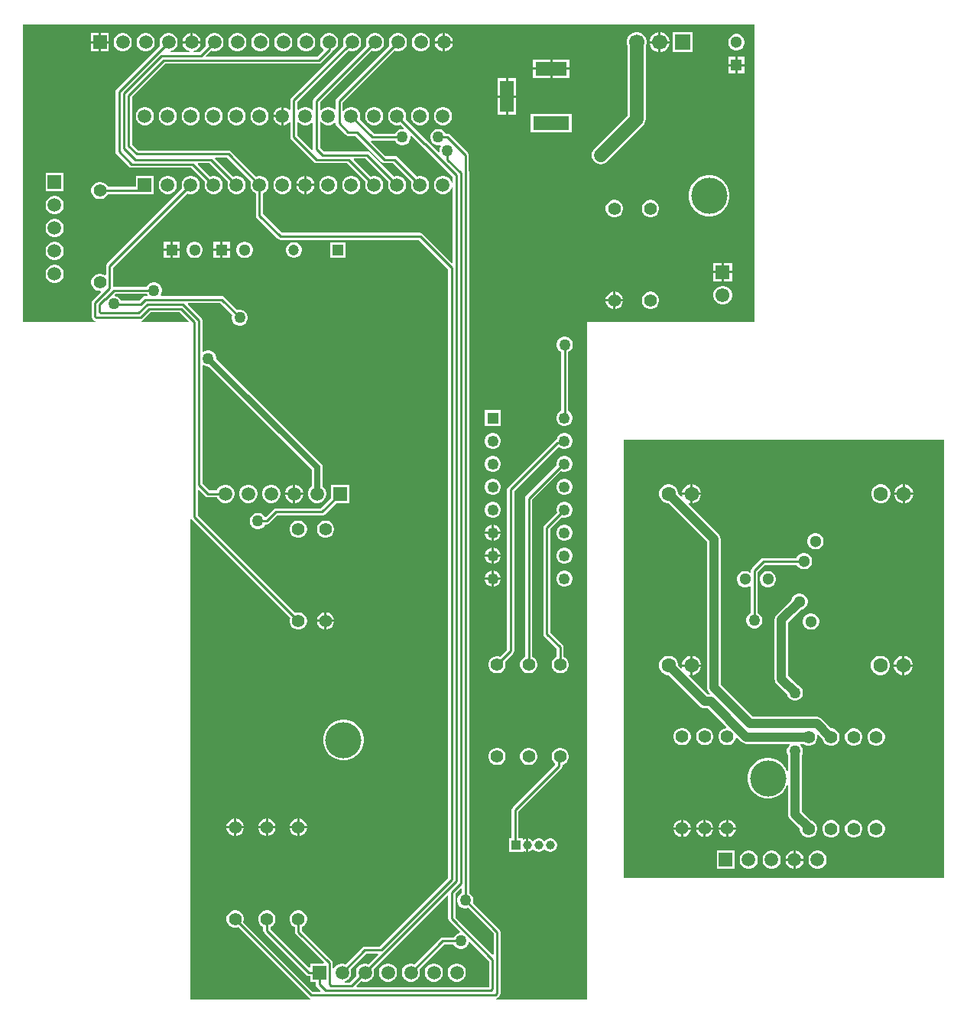
<source format=gbl>
G04*
G04 #@! TF.GenerationSoftware,Altium Limited,Altium Designer,21.3.1 (25)*
G04*
G04 Layer_Physical_Order=2*
G04 Layer_Color=16711680*
%FSLAX44Y44*%
%MOMM*%
G71*
G04*
G04 #@! TF.SameCoordinates,07AAF50E-0F06-4378-A151-48E409635E6A*
G04*
G04*
G04 #@! TF.FilePolarity,Positive*
G04*
G01*
G75*
%ADD13C,0.2540*%
%ADD17R,1.2000X1.2000*%
%ADD35C,1.2500*%
%ADD36R,1.2500X1.2500*%
%ADD45C,0.7000*%
%ADD46C,1.0000*%
%ADD47C,1.5000*%
%ADD48C,4.0000*%
%ADD49C,1.3000*%
%ADD50C,1.4000*%
%ADD51C,1.6000*%
%ADD52C,1.5000*%
%ADD53R,1.5000X1.5000*%
%ADD54C,1.0000*%
%ADD55R,1.0000X1.0000*%
%ADD56R,1.5000X1.5000*%
%ADD57R,4.0000X1.5000*%
%ADD58R,3.5000X1.5000*%
%ADD59R,1.5000X3.5000*%
%ADD60C,1.2000*%
%ADD61R,1.3000X1.3000*%
%ADD62R,1.3000X1.3000*%
%ADD63C,1.7000*%
%ADD64R,1.7000X1.7000*%
%ADD65C,1.5500*%
%ADD66R,1.5500X1.5500*%
%ADD67C,1.2700*%
G36*
X820000Y760000D02*
X635000D01*
Y10000D01*
X534415D01*
X534290Y11270D01*
X534999Y11411D01*
X536259Y12253D01*
X537747Y13741D01*
X538589Y15001D01*
X538885Y16488D01*
Y85000D01*
X538589Y86487D01*
X537747Y87747D01*
X508420Y117074D01*
X508890Y118830D01*
Y121170D01*
X508284Y123431D01*
X507114Y125459D01*
X505459Y127114D01*
X504045Y127930D01*
Y927024D01*
X503885Y927829D01*
Y945000D01*
X503589Y946487D01*
X502747Y947747D01*
X482907Y967587D01*
X481647Y968429D01*
X480160Y968725D01*
X478115D01*
X477114Y970459D01*
X475459Y972114D01*
X473431Y973284D01*
X471170Y973890D01*
X468830D01*
X466569Y973284D01*
X464541Y972114D01*
X462886Y970459D01*
X461716Y968431D01*
X461110Y966170D01*
Y963830D01*
X461716Y961569D01*
X462886Y959541D01*
X464541Y957886D01*
X466569Y956716D01*
X468830Y956110D01*
X471170D01*
X471975Y956326D01*
X472367Y955953D01*
X472747Y955218D01*
X471716Y953431D01*
X471110Y951170D01*
Y948996D01*
X470243Y948329D01*
X470077Y948233D01*
X457705Y960605D01*
X456452Y961442D01*
X433659Y984235D01*
X434340Y986778D01*
Y989422D01*
X433656Y991975D01*
X432334Y994265D01*
X430465Y996134D01*
X428175Y997456D01*
X425622Y998140D01*
X422978D01*
X420425Y997456D01*
X418135Y996134D01*
X416266Y994265D01*
X414944Y991975D01*
X414260Y989422D01*
Y986778D01*
X414944Y984225D01*
X416266Y981935D01*
X418135Y980066D01*
X420425Y978744D01*
X422978Y978060D01*
X425622D01*
X428165Y978741D01*
X431896Y975010D01*
X431239Y973872D01*
X431170Y973890D01*
X428830D01*
X426569Y973284D01*
X424541Y972114D01*
X422886Y970459D01*
X421978Y968885D01*
X398209D01*
X382859Y984235D01*
X383540Y986778D01*
Y989422D01*
X382856Y991975D01*
X381534Y994265D01*
X379665Y996134D01*
X377375Y997456D01*
X374822Y998140D01*
X372178D01*
X369625Y997456D01*
X367335Y996134D01*
X365466Y994265D01*
X365155Y993725D01*
X363885Y994066D01*
Y1003191D01*
X421335Y1060641D01*
X423878Y1059960D01*
X426522D01*
X429075Y1060644D01*
X431365Y1061966D01*
X433234Y1063835D01*
X434556Y1066125D01*
X435240Y1068678D01*
Y1071322D01*
X434556Y1073875D01*
X433234Y1076165D01*
X431365Y1078034D01*
X429075Y1079356D01*
X426522Y1080040D01*
X423878D01*
X421325Y1079356D01*
X419035Y1078034D01*
X417166Y1076165D01*
X415844Y1073875D01*
X415160Y1071322D01*
Y1068678D01*
X415841Y1066135D01*
X357253Y1007547D01*
X356411Y1006287D01*
X356115Y1004800D01*
Y995943D01*
X354942Y995457D01*
X354265Y996134D01*
X351975Y997456D01*
X349422Y998140D01*
X346778D01*
X344225Y997456D01*
X341935Y996134D01*
X340155Y994353D01*
X339491Y994419D01*
X338885Y994581D01*
Y1003591D01*
X395935Y1060641D01*
X398478Y1059960D01*
X401122D01*
X403675Y1060644D01*
X405965Y1061966D01*
X407834Y1063835D01*
X409156Y1066125D01*
X409840Y1068678D01*
Y1071322D01*
X409156Y1073875D01*
X407834Y1076165D01*
X405965Y1078034D01*
X403675Y1079356D01*
X401122Y1080040D01*
X398478D01*
X395925Y1079356D01*
X393635Y1078034D01*
X391766Y1076165D01*
X390444Y1073875D01*
X389760Y1071322D01*
Y1068678D01*
X390441Y1066135D01*
X332253Y1007947D01*
X331411Y1006687D01*
X331115Y1005200D01*
Y995679D01*
X329845Y995153D01*
X328865Y996134D01*
X326575Y997456D01*
X324022Y998140D01*
X321378D01*
X318825Y997456D01*
X316535Y996134D01*
X315155Y994753D01*
X313885Y995279D01*
Y1003991D01*
X370535Y1060641D01*
X373078Y1059960D01*
X375722D01*
X378275Y1060644D01*
X380565Y1061966D01*
X382434Y1063835D01*
X383756Y1066125D01*
X384440Y1068678D01*
Y1071322D01*
X383756Y1073875D01*
X382434Y1076165D01*
X380565Y1078034D01*
X378275Y1079356D01*
X375722Y1080040D01*
X373078D01*
X370525Y1079356D01*
X368235Y1078034D01*
X366366Y1076165D01*
X365044Y1073875D01*
X364360Y1071322D01*
Y1068678D01*
X365041Y1066135D01*
X307253Y1008347D01*
X306411Y1007087D01*
X306115Y1005600D01*
Y995279D01*
X304845Y994753D01*
X303465Y996134D01*
X301175Y997456D01*
X298622Y998140D01*
X298570D01*
Y988100D01*
Y978060D01*
X298622D01*
X301175Y978744D01*
X303465Y980066D01*
X304845Y981447D01*
X306115Y980921D01*
Y965000D01*
X306411Y963513D01*
X307253Y962253D01*
X332253Y937253D01*
X333513Y936411D01*
X335000Y936115D01*
X369191D01*
X389541Y915765D01*
X388860Y913222D01*
Y910578D01*
X389544Y908025D01*
X390866Y905735D01*
X392735Y903866D01*
X395025Y902544D01*
X397578Y901860D01*
X400222D01*
X402775Y902544D01*
X405065Y903866D01*
X406934Y905735D01*
X408256Y908025D01*
X408940Y910578D01*
Y913222D01*
X408256Y915775D01*
X406934Y918065D01*
X405065Y919934D01*
X402775Y921256D01*
X400222Y921940D01*
X397578D01*
X395035Y921259D01*
X376272Y940022D01*
X376758Y941195D01*
X389511D01*
X414941Y915765D01*
X414260Y913222D01*
Y910578D01*
X414944Y908025D01*
X416266Y905735D01*
X418135Y903866D01*
X420425Y902544D01*
X422978Y901860D01*
X425622D01*
X428175Y902544D01*
X430465Y903866D01*
X432334Y905735D01*
X433656Y908025D01*
X434340Y910578D01*
Y913222D01*
X433656Y915775D01*
X432334Y918065D01*
X430465Y919934D01*
X428175Y921256D01*
X425622Y921940D01*
X422978D01*
X420435Y921259D01*
X393867Y947827D01*
X392607Y948669D01*
X391120Y948965D01*
X343017D01*
X338885Y953097D01*
Y981619D01*
X339491Y981781D01*
X340155Y981847D01*
X341935Y980066D01*
X344225Y978744D01*
X346778Y978060D01*
X349422D01*
X351975Y978744D01*
X354265Y980066D01*
X354942Y980743D01*
X356115Y980257D01*
Y980000D01*
X356411Y978513D01*
X357253Y977253D01*
X367253Y967253D01*
X368513Y966411D01*
X370000Y966115D01*
X378391D01*
X407253Y937253D01*
X408513Y936411D01*
X410000Y936115D01*
X419991D01*
X440341Y915765D01*
X439660Y913222D01*
Y910578D01*
X440344Y908025D01*
X441666Y905735D01*
X443535Y903866D01*
X445825Y902544D01*
X448378Y901860D01*
X451022D01*
X453575Y902544D01*
X455865Y903866D01*
X457734Y905735D01*
X459056Y908025D01*
X459740Y910578D01*
Y913222D01*
X459056Y915775D01*
X457734Y918065D01*
X455865Y919934D01*
X453575Y921256D01*
X451022Y921940D01*
X448378D01*
X445835Y921259D01*
X424347Y942747D01*
X423087Y943589D01*
X421600Y943885D01*
X411609D01*
X395443Y960051D01*
X396069Y961221D01*
X396600Y961115D01*
X421978D01*
X422886Y959541D01*
X424541Y957886D01*
X426569Y956716D01*
X428830Y956110D01*
X431170D01*
X433431Y956716D01*
X435459Y957886D01*
X437114Y959541D01*
X438284Y961569D01*
X438890Y963830D01*
Y966170D01*
X438872Y966238D01*
X440010Y966896D01*
X451795Y955111D01*
X453048Y954274D01*
X486115Y921207D01*
Y914489D01*
X484845Y914321D01*
X484456Y915775D01*
X483134Y918065D01*
X481265Y919934D01*
X478975Y921256D01*
X476422Y921940D01*
X473778D01*
X471225Y921256D01*
X468935Y919934D01*
X467066Y918065D01*
X465744Y915775D01*
X465060Y913222D01*
Y910578D01*
X465744Y908025D01*
X467066Y905735D01*
X468935Y903866D01*
X471225Y902544D01*
X473778Y901860D01*
X476422D01*
X478975Y902544D01*
X481265Y903866D01*
X483134Y905735D01*
X484456Y908025D01*
X484845Y909479D01*
X486115Y909312D01*
Y825958D01*
X484942Y825472D01*
X452667Y857747D01*
X451407Y858589D01*
X449920Y858885D01*
X296609D01*
X275785Y879709D01*
Y902550D01*
X278065Y903866D01*
X279934Y905735D01*
X281256Y908025D01*
X281940Y910578D01*
Y913222D01*
X281256Y915775D01*
X279934Y918065D01*
X278065Y919934D01*
X275775Y921256D01*
X273222Y921940D01*
X270578D01*
X268035Y921259D01*
X240409Y948885D01*
X239149Y949727D01*
X237662Y950023D01*
X137243D01*
X130657Y956609D01*
Y1009595D01*
X167097Y1046035D01*
X209104D01*
X209506Y1046115D01*
X337512D01*
X338999Y1046411D01*
X340259Y1047253D01*
X351747Y1058741D01*
X352589Y1060001D01*
X352708Y1060599D01*
X352875Y1060644D01*
X355165Y1061966D01*
X357034Y1063835D01*
X358356Y1066125D01*
X359040Y1068678D01*
Y1071322D01*
X358356Y1073875D01*
X357034Y1076165D01*
X355165Y1078034D01*
X352875Y1079356D01*
X350322Y1080040D01*
X347678D01*
X345125Y1079356D01*
X342835Y1078034D01*
X340966Y1076165D01*
X339644Y1073875D01*
X338960Y1071322D01*
Y1068678D01*
X339644Y1066125D01*
X340966Y1063835D01*
X342512Y1062290D01*
X342750Y1060731D01*
X335903Y1053885D01*
X213038D01*
X212552Y1055058D01*
X218135Y1060641D01*
X220678Y1059960D01*
X223322D01*
X225875Y1060644D01*
X228165Y1061966D01*
X230034Y1063835D01*
X231356Y1066125D01*
X232040Y1068678D01*
Y1071322D01*
X231356Y1073875D01*
X230034Y1076165D01*
X228165Y1078034D01*
X225875Y1079356D01*
X223322Y1080040D01*
X220678D01*
X218125Y1079356D01*
X215835Y1078034D01*
X213966Y1076165D01*
X212644Y1073875D01*
X211960Y1071322D01*
Y1068678D01*
X212641Y1066135D01*
X205391Y1058885D01*
X198815D01*
X198648Y1060155D01*
X200475Y1060644D01*
X202765Y1061966D01*
X204634Y1063835D01*
X205956Y1066125D01*
X206640Y1068678D01*
Y1068730D01*
X186560D01*
Y1068678D01*
X187244Y1066125D01*
X188566Y1063835D01*
X190435Y1061966D01*
X192725Y1060644D01*
X194552Y1060155D01*
X194385Y1058885D01*
X173415D01*
X173248Y1060155D01*
X175075Y1060644D01*
X177365Y1061966D01*
X179234Y1063835D01*
X180556Y1066125D01*
X181240Y1068678D01*
Y1071322D01*
X180556Y1073875D01*
X179234Y1076165D01*
X177365Y1078034D01*
X175075Y1079356D01*
X172522Y1080040D01*
X169878D01*
X167325Y1079356D01*
X165035Y1078034D01*
X163166Y1076165D01*
X161844Y1073875D01*
X161160Y1071322D01*
Y1068678D01*
X161841Y1066135D01*
X113453Y1017747D01*
X112611Y1016487D01*
X112315Y1015000D01*
Y948800D01*
X112611Y947313D01*
X113453Y946053D01*
X127253Y932253D01*
X128513Y931411D01*
X130000Y931115D01*
X196391D01*
X211741Y915765D01*
X211060Y913222D01*
Y910578D01*
X211744Y908025D01*
X213066Y905735D01*
X214935Y903866D01*
X217225Y902544D01*
X219778Y901860D01*
X222422D01*
X224975Y902544D01*
X227265Y903866D01*
X229134Y905735D01*
X230456Y908025D01*
X231140Y910578D01*
Y913222D01*
X230456Y915775D01*
X229134Y918065D01*
X227265Y919934D01*
X224975Y921256D01*
X222422Y921940D01*
X219778D01*
X217235Y921259D01*
X203472Y935022D01*
X203958Y936195D01*
X216711D01*
X237141Y915765D01*
X236460Y913222D01*
Y910578D01*
X237144Y908025D01*
X238466Y905735D01*
X240335Y903866D01*
X242625Y902544D01*
X245178Y901860D01*
X247822D01*
X250375Y902544D01*
X252665Y903866D01*
X254534Y905735D01*
X255856Y908025D01*
X256540Y910578D01*
Y913222D01*
X255856Y915775D01*
X254534Y918065D01*
X252665Y919934D01*
X250375Y921256D01*
X247822Y921940D01*
X245178D01*
X242635Y921259D01*
X222814Y941080D01*
X223300Y942253D01*
X236053D01*
X262541Y915765D01*
X261860Y913222D01*
Y910578D01*
X262544Y908025D01*
X263866Y905735D01*
X265735Y903866D01*
X268015Y902550D01*
Y878100D01*
X268311Y876613D01*
X269153Y875353D01*
X292253Y852253D01*
X293513Y851411D01*
X295000Y851115D01*
X448311D01*
X481035Y818391D01*
Y144913D01*
X405007Y68885D01*
X388400D01*
X386913Y68589D01*
X385653Y67747D01*
X367265Y49359D01*
X364722Y50040D01*
X362078D01*
X359525Y49356D01*
X357235Y48034D01*
X355366Y46165D01*
X354465Y44604D01*
X353195Y44944D01*
Y50690D01*
X352899Y52177D01*
X352057Y53437D01*
X318885Y86609D01*
Y90427D01*
X320858Y91566D01*
X322634Y93342D01*
X323890Y95518D01*
X324540Y97944D01*
Y100456D01*
X323890Y102882D01*
X322634Y105058D01*
X320858Y106834D01*
X318682Y108090D01*
X316256Y108740D01*
X313744D01*
X311318Y108090D01*
X309142Y106834D01*
X307366Y105058D01*
X306110Y102882D01*
X305460Y100456D01*
Y97944D01*
X306110Y95518D01*
X307366Y93342D01*
X309142Y91566D01*
X311115Y90427D01*
Y85000D01*
X311411Y83513D01*
X312253Y82253D01*
X343293Y51213D01*
X342807Y50040D01*
X327960D01*
Y45883D01*
X326787Y45397D01*
X283885Y88299D01*
Y90427D01*
X285858Y91566D01*
X287634Y93342D01*
X288890Y95518D01*
X289540Y97944D01*
Y100456D01*
X288890Y102882D01*
X287634Y105058D01*
X285858Y106834D01*
X283682Y108090D01*
X281256Y108740D01*
X278744D01*
X276318Y108090D01*
X274142Y106834D01*
X272366Y105058D01*
X271110Y102882D01*
X270460Y100456D01*
Y97944D01*
X271110Y95518D01*
X272366Y93342D01*
X274142Y91566D01*
X276115Y90427D01*
Y86690D01*
X276411Y85203D01*
X277253Y83943D01*
X323943Y37253D01*
X325203Y36411D01*
X326690Y36115D01*
X327960D01*
Y29960D01*
X334115D01*
Y27000D01*
X334411Y25513D01*
X335253Y24253D01*
X339448Y20058D01*
X338962Y18885D01*
X330809D01*
X253950Y95743D01*
X254540Y97944D01*
Y100456D01*
X253890Y102882D01*
X252634Y105058D01*
X250858Y106834D01*
X248682Y108090D01*
X246256Y108740D01*
X243744D01*
X241318Y108090D01*
X239142Y106834D01*
X237366Y105058D01*
X236110Y102882D01*
X235460Y100456D01*
Y97944D01*
X236110Y95518D01*
X237366Y93342D01*
X239142Y91566D01*
X241318Y90310D01*
X243744Y89660D01*
X246256D01*
X248457Y90250D01*
X326453Y12253D01*
X327713Y11411D01*
X328423Y11270D01*
X328297Y10000D01*
X195000D01*
Y541847D01*
X195248Y542049D01*
X196947Y541792D01*
X197013Y541693D01*
X306050Y432657D01*
X305460Y430456D01*
Y427944D01*
X306110Y425518D01*
X307366Y423342D01*
X309142Y421566D01*
X311318Y420310D01*
X313744Y419660D01*
X316256D01*
X318682Y420310D01*
X320858Y421566D01*
X322634Y423342D01*
X323890Y425518D01*
X324540Y427944D01*
Y430456D01*
X323890Y432882D01*
X322634Y435058D01*
X320858Y436834D01*
X318682Y438090D01*
X316256Y438740D01*
X313744D01*
X311543Y438150D01*
X203645Y546049D01*
Y574202D01*
X204818Y574688D01*
X212253Y567253D01*
X213513Y566411D01*
X215000Y566115D01*
X224850D01*
X226166Y563835D01*
X228035Y561966D01*
X230325Y560644D01*
X232878Y559960D01*
X235522D01*
X238075Y560644D01*
X240365Y561966D01*
X242234Y563835D01*
X243556Y566125D01*
X244240Y568678D01*
Y571322D01*
X243556Y573875D01*
X242234Y576165D01*
X240365Y578034D01*
X238075Y579356D01*
X235522Y580040D01*
X232878D01*
X230325Y579356D01*
X228035Y578034D01*
X226166Y576165D01*
X224850Y573885D01*
X216609D01*
X208725Y581769D01*
Y712023D01*
X209995Y712625D01*
X211569Y711716D01*
X213830Y711110D01*
X215181D01*
X329642Y596649D01*
Y578038D01*
X329635Y578034D01*
X327766Y576165D01*
X326444Y573875D01*
X325760Y571322D01*
Y568678D01*
X326444Y566125D01*
X327766Y563835D01*
X329635Y561966D01*
X331925Y560644D01*
X334478Y559960D01*
X337122D01*
X339675Y560644D01*
X341965Y561966D01*
X343834Y563835D01*
X345156Y566125D01*
X345840Y568678D01*
Y571322D01*
X345156Y573875D01*
X343834Y576165D01*
X341965Y578034D01*
X341958Y578038D01*
Y599200D01*
X341489Y601557D01*
X340155Y603555D01*
X223890Y719819D01*
Y721170D01*
X223284Y723431D01*
X222114Y725459D01*
X220459Y727114D01*
X218431Y728284D01*
X216170Y728890D01*
X213830D01*
X211569Y728284D01*
X209995Y727375D01*
X208725Y727977D01*
Y760160D01*
Y762344D01*
X208429Y763831D01*
X207587Y765091D01*
X192576Y780102D01*
X193062Y781275D01*
X228231D01*
X241580Y767926D01*
X241110Y766170D01*
Y763830D01*
X241716Y761569D01*
X242886Y759541D01*
X244541Y757886D01*
X246569Y756716D01*
X248830Y756110D01*
X251170D01*
X253431Y756716D01*
X255459Y757886D01*
X257114Y759541D01*
X258284Y761569D01*
X258890Y763830D01*
Y766170D01*
X258284Y768431D01*
X257114Y770459D01*
X255459Y772114D01*
X253431Y773284D01*
X251170Y773890D01*
X248830D01*
X247074Y773420D01*
X232587Y787907D01*
X231327Y788749D01*
X229840Y789045D01*
X162973D01*
X162372Y790315D01*
X163280Y791889D01*
X163886Y794150D01*
Y796490D01*
X163280Y798751D01*
X162110Y800779D01*
X160455Y802434D01*
X158428Y803604D01*
X156166Y804210D01*
X153826D01*
X151565Y803604D01*
X149538Y802434D01*
X147882Y800779D01*
X146881Y799045D01*
X110792D01*
X110676Y799022D01*
X109695Y799827D01*
Y820401D01*
X191835Y902541D01*
X194378Y901860D01*
X197022D01*
X199575Y902544D01*
X201865Y903866D01*
X203734Y905735D01*
X205056Y908025D01*
X205740Y910578D01*
Y913222D01*
X205056Y915775D01*
X203734Y918065D01*
X201865Y919934D01*
X199575Y921256D01*
X197022Y921940D01*
X194378D01*
X191825Y921256D01*
X189535Y919934D01*
X187666Y918065D01*
X186344Y915775D01*
X185660Y913222D01*
Y910578D01*
X186341Y908035D01*
X103063Y824757D01*
X102221Y823497D01*
X101925Y822010D01*
Y812370D01*
X100655Y811951D01*
X98682Y813090D01*
X96256Y813740D01*
X93744D01*
X91318Y813090D01*
X89142Y811834D01*
X87366Y810058D01*
X86110Y807882D01*
X85460Y805456D01*
Y802944D01*
X86110Y800518D01*
X87366Y798342D01*
X89142Y796566D01*
X91318Y795310D01*
X93744Y794660D01*
X95738D01*
X96269Y793395D01*
X87013Y784139D01*
X86171Y782879D01*
X85875Y781393D01*
Y766488D01*
X86171Y765001D01*
X87013Y763741D01*
X88501Y762253D01*
X89761Y761411D01*
X90470Y761270D01*
X90345Y760000D01*
X10000D01*
Y1090000D01*
X820000D01*
Y760000D01*
D02*
G37*
G36*
X316535Y980066D02*
X318825Y978744D01*
X321378Y978060D01*
X324022D01*
X326575Y978744D01*
X328865Y980066D01*
X329845Y981047D01*
X331115Y980521D01*
Y951488D01*
X331193Y951097D01*
X330023Y950471D01*
X313885Y966609D01*
Y980921D01*
X315155Y981447D01*
X316535Y980066D01*
D02*
G37*
G36*
X147574Y790216D02*
X147019Y789045D01*
X145562D01*
X144076Y788749D01*
X142816Y787907D01*
X138793Y783885D01*
X118401D01*
X117354Y785699D01*
X115699Y787354D01*
X113671Y788524D01*
X111916Y788995D01*
X111443Y790318D01*
X112401Y791275D01*
X146934D01*
X147574Y790216D01*
D02*
G37*
G36*
X193333Y761173D02*
X192847Y760000D01*
X140903D01*
X140778Y761270D01*
X141487Y761411D01*
X142747Y762253D01*
X151609Y771115D01*
X183391D01*
X193333Y761173D01*
D02*
G37*
G36*
X1030000Y145000D02*
X675000D01*
Y630000D01*
X1030000D01*
Y145000D01*
D02*
G37*
G36*
X496275Y133138D02*
Y128115D01*
X494541Y127114D01*
X492886Y125459D01*
X491716Y123431D01*
X491110Y121170D01*
Y118830D01*
X491716Y116569D01*
X492886Y114541D01*
X494541Y112886D01*
X496569Y111716D01*
X498830Y111110D01*
X501170D01*
X502926Y111580D01*
X531115Y83391D01*
Y60406D01*
X529942Y59920D01*
X488805Y101058D01*
Y127327D01*
X495102Y133624D01*
X496275Y133138D01*
D02*
G37*
G36*
X403248Y59942D02*
X392665Y49359D01*
X390122Y50040D01*
X387478D01*
X384925Y49356D01*
X382635Y48034D01*
X380766Y46165D01*
X379444Y43875D01*
X378760Y41322D01*
Y38678D01*
X379441Y36135D01*
X372351Y29045D01*
X366213D01*
X366045Y30315D01*
X367275Y30644D01*
X369565Y31966D01*
X371434Y33835D01*
X372756Y36125D01*
X373440Y38678D01*
Y41322D01*
X372759Y43865D01*
X390009Y61115D01*
X402762D01*
X403248Y59942D01*
D02*
G37*
G36*
X481035Y125082D02*
Y99448D01*
X481331Y97962D01*
X482173Y96701D01*
X493797Y85078D01*
X493324Y83755D01*
X491569Y83284D01*
X489541Y82114D01*
X487886Y80459D01*
X486978Y78885D01*
X474600D01*
X473113Y78589D01*
X471853Y77747D01*
X443465Y49359D01*
X440922Y50040D01*
X438278D01*
X435725Y49356D01*
X433435Y48034D01*
X431566Y46165D01*
X430244Y43875D01*
X429560Y41322D01*
Y38678D01*
X430244Y36125D01*
X431566Y33835D01*
X433435Y31966D01*
X435725Y30644D01*
X438278Y29960D01*
X440922D01*
X443475Y30644D01*
X445765Y31966D01*
X447634Y33835D01*
X448956Y36125D01*
X449640Y38678D01*
Y41322D01*
X448959Y43865D01*
X476209Y71115D01*
X486978D01*
X487886Y69541D01*
X489541Y67886D01*
X491569Y66716D01*
X493830Y66110D01*
X496170D01*
X498431Y66716D01*
X500459Y67886D01*
X502114Y69541D01*
X503284Y71569D01*
X503755Y73324D01*
X505078Y73797D01*
X526035Y52839D01*
Y23965D01*
X379918D01*
X379432Y25138D01*
X384935Y30641D01*
X387478Y29960D01*
X390122D01*
X392675Y30644D01*
X394965Y31966D01*
X396834Y33835D01*
X398156Y36125D01*
X398840Y38678D01*
Y41322D01*
X398159Y43865D01*
X479862Y125568D01*
X481035Y125082D01*
D02*
G37*
%LPC*%
G36*
X716453Y1081040D02*
X716270D01*
Y1071270D01*
X726040D01*
Y1071453D01*
X725288Y1074261D01*
X723834Y1076779D01*
X721779Y1078834D01*
X719261Y1080288D01*
X716453Y1081040D01*
D02*
G37*
G36*
X477322Y1080040D02*
X477270D01*
Y1071270D01*
X486040D01*
Y1071322D01*
X485356Y1073875D01*
X484034Y1076165D01*
X482165Y1078034D01*
X479875Y1079356D01*
X477322Y1080040D01*
D02*
G37*
G36*
X474730D02*
X474678D01*
X472125Y1079356D01*
X469835Y1078034D01*
X467966Y1076165D01*
X466644Y1073875D01*
X465960Y1071322D01*
Y1071270D01*
X474730D01*
Y1080040D01*
D02*
G37*
G36*
X197922D02*
X197870D01*
Y1071270D01*
X206640D01*
Y1071322D01*
X205956Y1073875D01*
X204634Y1076165D01*
X202765Y1078034D01*
X200475Y1079356D01*
X197922Y1080040D01*
D02*
G37*
G36*
X195330D02*
X195278D01*
X192725Y1079356D01*
X190435Y1078034D01*
X188566Y1076165D01*
X187244Y1073875D01*
X186560Y1071322D01*
Y1071270D01*
X195330D01*
Y1080040D01*
D02*
G37*
G36*
X105040D02*
X96270D01*
Y1071270D01*
X105040D01*
Y1080040D01*
D02*
G37*
G36*
X93730D02*
X84960D01*
Y1071270D01*
X93730D01*
Y1080040D01*
D02*
G37*
G36*
X713730Y1081040D02*
X713547D01*
X710739Y1080288D01*
X708221Y1078834D01*
X706166Y1076779D01*
X704712Y1074261D01*
X703960Y1071453D01*
Y1071270D01*
X713730D01*
Y1081040D01*
D02*
G37*
G36*
X801190Y1079040D02*
X798810D01*
X796511Y1078424D01*
X794449Y1077234D01*
X792766Y1075551D01*
X791576Y1073489D01*
X790960Y1071190D01*
Y1068810D01*
X791576Y1066511D01*
X792766Y1064449D01*
X794449Y1062766D01*
X796511Y1061576D01*
X798810Y1060960D01*
X801190D01*
X803489Y1061576D01*
X805551Y1062766D01*
X807234Y1064449D01*
X808424Y1066511D01*
X809040Y1068810D01*
Y1071190D01*
X808424Y1073489D01*
X807234Y1075551D01*
X805551Y1077234D01*
X803489Y1078424D01*
X801190Y1079040D01*
D02*
G37*
G36*
X486040Y1068730D02*
X477270D01*
Y1059960D01*
X477322D01*
X479875Y1060644D01*
X482165Y1061966D01*
X484034Y1063835D01*
X485356Y1066125D01*
X486040Y1068678D01*
Y1068730D01*
D02*
G37*
G36*
X474730D02*
X465960D01*
Y1068678D01*
X466644Y1066125D01*
X467966Y1063835D01*
X469835Y1061966D01*
X472125Y1060644D01*
X474678Y1059960D01*
X474730D01*
Y1068730D01*
D02*
G37*
G36*
X451922Y1080040D02*
X449278D01*
X446725Y1079356D01*
X444435Y1078034D01*
X442566Y1076165D01*
X441244Y1073875D01*
X440560Y1071322D01*
Y1068678D01*
X441244Y1066125D01*
X442566Y1063835D01*
X444435Y1061966D01*
X446725Y1060644D01*
X449278Y1059960D01*
X451922D01*
X454475Y1060644D01*
X456765Y1061966D01*
X458634Y1063835D01*
X459956Y1066125D01*
X460640Y1068678D01*
Y1071322D01*
X459956Y1073875D01*
X458634Y1076165D01*
X456765Y1078034D01*
X454475Y1079356D01*
X451922Y1080040D01*
D02*
G37*
G36*
X324922D02*
X322278D01*
X319725Y1079356D01*
X317435Y1078034D01*
X315566Y1076165D01*
X314244Y1073875D01*
X313560Y1071322D01*
Y1068678D01*
X314244Y1066125D01*
X315566Y1063835D01*
X317435Y1061966D01*
X319725Y1060644D01*
X322278Y1059960D01*
X324922D01*
X327475Y1060644D01*
X329765Y1061966D01*
X331634Y1063835D01*
X332956Y1066125D01*
X333640Y1068678D01*
Y1071322D01*
X332956Y1073875D01*
X331634Y1076165D01*
X329765Y1078034D01*
X327475Y1079356D01*
X324922Y1080040D01*
D02*
G37*
G36*
X299522D02*
X296878D01*
X294325Y1079356D01*
X292035Y1078034D01*
X290166Y1076165D01*
X288844Y1073875D01*
X288160Y1071322D01*
Y1068678D01*
X288844Y1066125D01*
X290166Y1063835D01*
X292035Y1061966D01*
X294325Y1060644D01*
X296878Y1059960D01*
X299522D01*
X302075Y1060644D01*
X304365Y1061966D01*
X306234Y1063835D01*
X307556Y1066125D01*
X308240Y1068678D01*
Y1071322D01*
X307556Y1073875D01*
X306234Y1076165D01*
X304365Y1078034D01*
X302075Y1079356D01*
X299522Y1080040D01*
D02*
G37*
G36*
X274122D02*
X271478D01*
X268925Y1079356D01*
X266635Y1078034D01*
X264766Y1076165D01*
X263444Y1073875D01*
X262760Y1071322D01*
Y1068678D01*
X263444Y1066125D01*
X264766Y1063835D01*
X266635Y1061966D01*
X268925Y1060644D01*
X271478Y1059960D01*
X274122D01*
X276675Y1060644D01*
X278965Y1061966D01*
X280834Y1063835D01*
X282156Y1066125D01*
X282840Y1068678D01*
Y1071322D01*
X282156Y1073875D01*
X280834Y1076165D01*
X278965Y1078034D01*
X276675Y1079356D01*
X274122Y1080040D01*
D02*
G37*
G36*
X248722D02*
X246078D01*
X243525Y1079356D01*
X241235Y1078034D01*
X239366Y1076165D01*
X238044Y1073875D01*
X237360Y1071322D01*
Y1068678D01*
X238044Y1066125D01*
X239366Y1063835D01*
X241235Y1061966D01*
X243525Y1060644D01*
X246078Y1059960D01*
X248722D01*
X251275Y1060644D01*
X253565Y1061966D01*
X255434Y1063835D01*
X256756Y1066125D01*
X257440Y1068678D01*
Y1071322D01*
X256756Y1073875D01*
X255434Y1076165D01*
X253565Y1078034D01*
X251275Y1079356D01*
X248722Y1080040D01*
D02*
G37*
G36*
X147122D02*
X144478D01*
X141925Y1079356D01*
X139635Y1078034D01*
X137766Y1076165D01*
X136444Y1073875D01*
X135760Y1071322D01*
Y1068678D01*
X136444Y1066125D01*
X137766Y1063835D01*
X139635Y1061966D01*
X141925Y1060644D01*
X144478Y1059960D01*
X147122D01*
X149675Y1060644D01*
X151965Y1061966D01*
X153834Y1063835D01*
X155156Y1066125D01*
X155840Y1068678D01*
Y1071322D01*
X155156Y1073875D01*
X153834Y1076165D01*
X151965Y1078034D01*
X149675Y1079356D01*
X147122Y1080040D01*
D02*
G37*
G36*
X121722D02*
X119078D01*
X116525Y1079356D01*
X114235Y1078034D01*
X112366Y1076165D01*
X111044Y1073875D01*
X110360Y1071322D01*
Y1068678D01*
X111044Y1066125D01*
X112366Y1063835D01*
X114235Y1061966D01*
X116525Y1060644D01*
X119078Y1059960D01*
X121722D01*
X124275Y1060644D01*
X126565Y1061966D01*
X128434Y1063835D01*
X129756Y1066125D01*
X130440Y1068678D01*
Y1071322D01*
X129756Y1073875D01*
X128434Y1076165D01*
X126565Y1078034D01*
X124275Y1079356D01*
X121722Y1080040D01*
D02*
G37*
G36*
X105040Y1068730D02*
X96270D01*
Y1059960D01*
X105040D01*
Y1068730D01*
D02*
G37*
G36*
X93730D02*
X84960D01*
Y1059960D01*
X93730D01*
Y1068730D01*
D02*
G37*
G36*
X751440Y1081040D02*
X729360D01*
Y1058960D01*
X751440D01*
Y1081040D01*
D02*
G37*
G36*
X726040Y1068730D02*
X716270D01*
Y1058960D01*
X716453D01*
X719261Y1059712D01*
X721779Y1061166D01*
X723834Y1063221D01*
X725288Y1065739D01*
X726040Y1068547D01*
Y1068730D01*
D02*
G37*
G36*
X713730D02*
X703960D01*
Y1068547D01*
X704712Y1065739D01*
X706166Y1063221D01*
X708221Y1061166D01*
X710739Y1059712D01*
X713547Y1058960D01*
X713730D01*
Y1068730D01*
D02*
G37*
G36*
X809040Y1053640D02*
X801270D01*
Y1045870D01*
X809040D01*
Y1053640D01*
D02*
G37*
G36*
X798730D02*
X790960D01*
Y1045870D01*
X798730D01*
Y1053640D01*
D02*
G37*
G36*
X615040Y1050540D02*
X596270D01*
Y1041770D01*
X615040D01*
Y1050540D01*
D02*
G37*
G36*
X593730D02*
X574960D01*
Y1041770D01*
X593730D01*
Y1050540D01*
D02*
G37*
G36*
X809040Y1043330D02*
X801270D01*
Y1035560D01*
X809040D01*
Y1043330D01*
D02*
G37*
G36*
X798730D02*
X790960D01*
Y1035560D01*
X798730D01*
Y1043330D01*
D02*
G37*
G36*
X615040Y1039230D02*
X596270D01*
Y1030460D01*
X615040D01*
Y1039230D01*
D02*
G37*
G36*
X593730D02*
X574960D01*
Y1030460D01*
X593730D01*
Y1039230D01*
D02*
G37*
G36*
X556040Y1030040D02*
X547270D01*
Y1011270D01*
X556040D01*
Y1030040D01*
D02*
G37*
G36*
X544730D02*
X535960D01*
Y1011270D01*
X544730D01*
Y1030040D01*
D02*
G37*
G36*
X556040Y1008730D02*
X547270D01*
Y989960D01*
X556040D01*
Y1008730D01*
D02*
G37*
G36*
X544730D02*
X535960D01*
Y989960D01*
X544730D01*
Y1008730D01*
D02*
G37*
G36*
X296030Y998140D02*
X295978D01*
X293425Y997456D01*
X291135Y996134D01*
X289266Y994265D01*
X287944Y991975D01*
X287260Y989422D01*
Y989370D01*
X296030D01*
Y998140D01*
D02*
G37*
G36*
X476422D02*
X473778D01*
X471225Y997456D01*
X468935Y996134D01*
X467066Y994265D01*
X465744Y991975D01*
X465060Y989422D01*
Y986778D01*
X465744Y984225D01*
X467066Y981935D01*
X468935Y980066D01*
X471225Y978744D01*
X473778Y978060D01*
X476422D01*
X478975Y978744D01*
X481265Y980066D01*
X483134Y981935D01*
X484456Y984225D01*
X485140Y986778D01*
Y989422D01*
X484456Y991975D01*
X483134Y994265D01*
X481265Y996134D01*
X478975Y997456D01*
X476422Y998140D01*
D02*
G37*
G36*
X451022D02*
X448378D01*
X445825Y997456D01*
X443535Y996134D01*
X441666Y994265D01*
X440344Y991975D01*
X439660Y989422D01*
Y986778D01*
X440344Y984225D01*
X441666Y981935D01*
X443535Y980066D01*
X445825Y978744D01*
X448378Y978060D01*
X451022D01*
X453575Y978744D01*
X455865Y980066D01*
X457734Y981935D01*
X459056Y984225D01*
X459740Y986778D01*
Y989422D01*
X459056Y991975D01*
X457734Y994265D01*
X455865Y996134D01*
X453575Y997456D01*
X451022Y998140D01*
D02*
G37*
G36*
X400222D02*
X397578D01*
X395025Y997456D01*
X392735Y996134D01*
X390866Y994265D01*
X389544Y991975D01*
X388860Y989422D01*
Y986778D01*
X389544Y984225D01*
X390866Y981935D01*
X392735Y980066D01*
X395025Y978744D01*
X397578Y978060D01*
X400222D01*
X402775Y978744D01*
X405065Y980066D01*
X406934Y981935D01*
X408256Y984225D01*
X408940Y986778D01*
Y989422D01*
X408256Y991975D01*
X406934Y994265D01*
X405065Y996134D01*
X402775Y997456D01*
X400222Y998140D01*
D02*
G37*
G36*
X296030Y986830D02*
X287260D01*
Y986778D01*
X287944Y984225D01*
X289266Y981935D01*
X291135Y980066D01*
X293425Y978744D01*
X295978Y978060D01*
X296030D01*
Y986830D01*
D02*
G37*
G36*
X273222Y998140D02*
X270578D01*
X268025Y997456D01*
X265735Y996134D01*
X263866Y994265D01*
X262544Y991975D01*
X261860Y989422D01*
Y986778D01*
X262544Y984225D01*
X263866Y981935D01*
X265735Y980066D01*
X268025Y978744D01*
X270578Y978060D01*
X273222D01*
X275775Y978744D01*
X278065Y980066D01*
X279934Y981935D01*
X281256Y984225D01*
X281940Y986778D01*
Y989422D01*
X281256Y991975D01*
X279934Y994265D01*
X278065Y996134D01*
X275775Y997456D01*
X273222Y998140D01*
D02*
G37*
G36*
X247822D02*
X245178D01*
X242625Y997456D01*
X240335Y996134D01*
X238466Y994265D01*
X237144Y991975D01*
X236460Y989422D01*
Y986778D01*
X237144Y984225D01*
X238466Y981935D01*
X240335Y980066D01*
X242625Y978744D01*
X245178Y978060D01*
X247822D01*
X250375Y978744D01*
X252665Y980066D01*
X254534Y981935D01*
X255856Y984225D01*
X256540Y986778D01*
Y989422D01*
X255856Y991975D01*
X254534Y994265D01*
X252665Y996134D01*
X250375Y997456D01*
X247822Y998140D01*
D02*
G37*
G36*
X222422D02*
X219778D01*
X217225Y997456D01*
X214935Y996134D01*
X213066Y994265D01*
X211744Y991975D01*
X211060Y989422D01*
Y986778D01*
X211744Y984225D01*
X213066Y981935D01*
X214935Y980066D01*
X217225Y978744D01*
X219778Y978060D01*
X222422D01*
X224975Y978744D01*
X227265Y980066D01*
X229134Y981935D01*
X230456Y984225D01*
X231140Y986778D01*
Y989422D01*
X230456Y991975D01*
X229134Y994265D01*
X227265Y996134D01*
X224975Y997456D01*
X222422Y998140D01*
D02*
G37*
G36*
X197022D02*
X194378D01*
X191825Y997456D01*
X189535Y996134D01*
X187666Y994265D01*
X186344Y991975D01*
X185660Y989422D01*
Y986778D01*
X186344Y984225D01*
X187666Y981935D01*
X189535Y980066D01*
X191825Y978744D01*
X194378Y978060D01*
X197022D01*
X199575Y978744D01*
X201865Y980066D01*
X203734Y981935D01*
X205056Y984225D01*
X205740Y986778D01*
Y989422D01*
X205056Y991975D01*
X203734Y994265D01*
X201865Y996134D01*
X199575Y997456D01*
X197022Y998140D01*
D02*
G37*
G36*
X171622D02*
X168978D01*
X166425Y997456D01*
X164135Y996134D01*
X162266Y994265D01*
X160944Y991975D01*
X160260Y989422D01*
Y986778D01*
X160944Y984225D01*
X162266Y981935D01*
X164135Y980066D01*
X166425Y978744D01*
X168978Y978060D01*
X171622D01*
X174175Y978744D01*
X176465Y980066D01*
X178334Y981935D01*
X179656Y984225D01*
X180340Y986778D01*
Y989422D01*
X179656Y991975D01*
X178334Y994265D01*
X176465Y996134D01*
X174175Y997456D01*
X171622Y998140D01*
D02*
G37*
G36*
X146222D02*
X143578D01*
X141025Y997456D01*
X138735Y996134D01*
X136866Y994265D01*
X135544Y991975D01*
X134860Y989422D01*
Y986778D01*
X135544Y984225D01*
X136866Y981935D01*
X138735Y980066D01*
X141025Y978744D01*
X143578Y978060D01*
X146222D01*
X148775Y978744D01*
X151065Y980066D01*
X152934Y981935D01*
X154256Y984225D01*
X154940Y986778D01*
Y989422D01*
X154256Y991975D01*
X152934Y994265D01*
X151065Y996134D01*
X148775Y997456D01*
X146222Y998140D01*
D02*
G37*
G36*
X617540Y990540D02*
X572460D01*
Y970460D01*
X617540D01*
Y990540D01*
D02*
G37*
G36*
X691053Y1081040D02*
X688147D01*
X685339Y1080288D01*
X682821Y1078834D01*
X680766Y1076779D01*
X679312Y1074261D01*
X678560Y1071453D01*
Y1068547D01*
X679312Y1065739D01*
X679473Y1065460D01*
Y988794D01*
X642839Y952161D01*
X641230Y950063D01*
X640218Y947621D01*
X639873Y945000D01*
X640218Y942379D01*
X641230Y939937D01*
X642839Y937839D01*
X644937Y936230D01*
X647379Y935218D01*
X650000Y934873D01*
X652621Y935218D01*
X655063Y936230D01*
X657161Y937839D01*
X696760Y977439D01*
X696761Y977439D01*
X698370Y979537D01*
X699381Y981979D01*
X699727Y984600D01*
Y1065460D01*
X699888Y1065739D01*
X700640Y1068547D01*
Y1071453D01*
X699888Y1074261D01*
X698434Y1076779D01*
X696379Y1078834D01*
X693861Y1080288D01*
X691053Y1081040D01*
D02*
G37*
G36*
X324022Y921940D02*
X323970D01*
Y913170D01*
X332740D01*
Y913222D01*
X332056Y915775D01*
X330734Y918065D01*
X328865Y919934D01*
X326575Y921256D01*
X324022Y921940D01*
D02*
G37*
G36*
X321430D02*
X321378D01*
X318825Y921256D01*
X316535Y919934D01*
X314666Y918065D01*
X313344Y915775D01*
X312660Y913222D01*
Y913170D01*
X321430D01*
Y921940D01*
D02*
G37*
G36*
X154940D02*
X134860D01*
Y909685D01*
X103773D01*
X102634Y911658D01*
X100858Y913434D01*
X98682Y914690D01*
X96256Y915340D01*
X93744D01*
X91318Y914690D01*
X89142Y913434D01*
X87366Y911658D01*
X86110Y909482D01*
X85460Y907056D01*
Y904544D01*
X86110Y902118D01*
X87366Y899942D01*
X89142Y898166D01*
X91318Y896910D01*
X93744Y896260D01*
X96256D01*
X98682Y896910D01*
X100858Y898166D01*
X102634Y899942D01*
X103773Y901915D01*
X134860D01*
Y901860D01*
X154940D01*
Y921940D01*
D02*
G37*
G36*
X55040Y925040D02*
X34960D01*
Y904960D01*
X55040D01*
Y925040D01*
D02*
G37*
G36*
X374822Y921940D02*
X372178D01*
X369625Y921256D01*
X367335Y919934D01*
X365466Y918065D01*
X364144Y915775D01*
X363460Y913222D01*
Y910578D01*
X364144Y908025D01*
X365466Y905735D01*
X367335Y903866D01*
X369625Y902544D01*
X372178Y901860D01*
X374822D01*
X377375Y902544D01*
X379665Y903866D01*
X381534Y905735D01*
X382856Y908025D01*
X383540Y910578D01*
Y913222D01*
X382856Y915775D01*
X381534Y918065D01*
X379665Y919934D01*
X377375Y921256D01*
X374822Y921940D01*
D02*
G37*
G36*
X349422D02*
X346778D01*
X344225Y921256D01*
X341935Y919934D01*
X340066Y918065D01*
X338744Y915775D01*
X338060Y913222D01*
Y910578D01*
X338744Y908025D01*
X340066Y905735D01*
X341935Y903866D01*
X344225Y902544D01*
X346778Y901860D01*
X349422D01*
X351975Y902544D01*
X354265Y903866D01*
X356134Y905735D01*
X357456Y908025D01*
X358140Y910578D01*
Y913222D01*
X357456Y915775D01*
X356134Y918065D01*
X354265Y919934D01*
X351975Y921256D01*
X349422Y921940D01*
D02*
G37*
G36*
X332740Y910630D02*
X323970D01*
Y901860D01*
X324022D01*
X326575Y902544D01*
X328865Y903866D01*
X330734Y905735D01*
X332056Y908025D01*
X332740Y910578D01*
Y910630D01*
D02*
G37*
G36*
X321430D02*
X312660D01*
Y910578D01*
X313344Y908025D01*
X314666Y905735D01*
X316535Y903866D01*
X318825Y902544D01*
X321378Y901860D01*
X321430D01*
Y910630D01*
D02*
G37*
G36*
X298622Y921940D02*
X295978D01*
X293425Y921256D01*
X291135Y919934D01*
X289266Y918065D01*
X287944Y915775D01*
X287260Y913222D01*
Y910578D01*
X287944Y908025D01*
X289266Y905735D01*
X291135Y903866D01*
X293425Y902544D01*
X295978Y901860D01*
X298622D01*
X301175Y902544D01*
X303465Y903866D01*
X305334Y905735D01*
X306656Y908025D01*
X307340Y910578D01*
Y913222D01*
X306656Y915775D01*
X305334Y918065D01*
X303465Y919934D01*
X301175Y921256D01*
X298622Y921940D01*
D02*
G37*
G36*
X171622D02*
X168978D01*
X166425Y921256D01*
X164135Y919934D01*
X162266Y918065D01*
X160944Y915775D01*
X160260Y913222D01*
Y910578D01*
X160944Y908025D01*
X162266Y905735D01*
X164135Y903866D01*
X166425Y902544D01*
X168978Y901860D01*
X171622D01*
X174175Y902544D01*
X176465Y903866D01*
X178334Y905735D01*
X179656Y908025D01*
X180340Y910578D01*
Y913222D01*
X179656Y915775D01*
X178334Y918065D01*
X176465Y919934D01*
X174175Y921256D01*
X171622Y921940D01*
D02*
G37*
G36*
X46322Y899640D02*
X43678D01*
X41125Y898956D01*
X38835Y897634D01*
X36966Y895765D01*
X35644Y893475D01*
X34960Y890922D01*
Y888278D01*
X35644Y885725D01*
X36966Y883435D01*
X38835Y881566D01*
X41125Y880244D01*
X43678Y879560D01*
X46322D01*
X48875Y880244D01*
X51165Y881566D01*
X53034Y883435D01*
X54356Y885725D01*
X55040Y888278D01*
Y890922D01*
X54356Y893475D01*
X53034Y895765D01*
X51165Y897634D01*
X48875Y898956D01*
X46322Y899640D01*
D02*
G37*
G36*
X772220Y922540D02*
X767780D01*
X763425Y921674D01*
X759323Y919975D01*
X755632Y917508D01*
X752492Y914368D01*
X750025Y910677D01*
X748326Y906575D01*
X747460Y902220D01*
Y897780D01*
X748326Y893425D01*
X750025Y889323D01*
X752492Y885632D01*
X755632Y882492D01*
X759323Y880025D01*
X763425Y878326D01*
X767780Y877460D01*
X772220D01*
X776575Y878326D01*
X780677Y880025D01*
X784368Y882492D01*
X787508Y885632D01*
X789975Y889323D01*
X791674Y893425D01*
X792540Y897780D01*
Y902220D01*
X791674Y906575D01*
X789975Y910677D01*
X787508Y914368D01*
X784368Y917508D01*
X780677Y919975D01*
X776575Y921674D01*
X772220Y922540D01*
D02*
G37*
G36*
X706256Y895340D02*
X703744D01*
X701318Y894690D01*
X699142Y893434D01*
X697366Y891658D01*
X696110Y889482D01*
X695460Y887056D01*
Y884544D01*
X696110Y882118D01*
X697366Y879942D01*
X699142Y878166D01*
X701318Y876910D01*
X703744Y876260D01*
X706256D01*
X708682Y876910D01*
X710858Y878166D01*
X712634Y879942D01*
X713890Y882118D01*
X714540Y884544D01*
Y887056D01*
X713890Y889482D01*
X712634Y891658D01*
X710858Y893434D01*
X708682Y894690D01*
X706256Y895340D01*
D02*
G37*
G36*
X666256D02*
X663744D01*
X661318Y894690D01*
X659142Y893434D01*
X657366Y891658D01*
X656110Y889482D01*
X655460Y887056D01*
Y884544D01*
X656110Y882118D01*
X657366Y879942D01*
X659142Y878166D01*
X661318Y876910D01*
X663744Y876260D01*
X666256D01*
X668682Y876910D01*
X670858Y878166D01*
X672634Y879942D01*
X673890Y882118D01*
X674540Y884544D01*
Y887056D01*
X673890Y889482D01*
X672634Y891658D01*
X670858Y893434D01*
X668682Y894690D01*
X666256Y895340D01*
D02*
G37*
G36*
X46322Y874240D02*
X43678D01*
X41125Y873556D01*
X38835Y872234D01*
X36966Y870365D01*
X35644Y868075D01*
X34960Y865522D01*
Y862878D01*
X35644Y860325D01*
X36966Y858035D01*
X38835Y856166D01*
X41125Y854844D01*
X43678Y854160D01*
X46322D01*
X48875Y854844D01*
X51165Y856166D01*
X53034Y858035D01*
X54356Y860325D01*
X55040Y862878D01*
Y865522D01*
X54356Y868075D01*
X53034Y870365D01*
X51165Y872234D01*
X48875Y873556D01*
X46322Y874240D01*
D02*
G37*
G36*
X239040Y849040D02*
X231270D01*
Y841270D01*
X239040D01*
Y849040D01*
D02*
G37*
G36*
X228730D02*
X220960D01*
Y841270D01*
X228730D01*
Y849040D01*
D02*
G37*
G36*
X183640D02*
X175870D01*
Y841270D01*
X183640D01*
Y849040D01*
D02*
G37*
G36*
X173330D02*
X165560D01*
Y841270D01*
X173330D01*
Y849040D01*
D02*
G37*
G36*
X367340Y848540D02*
X350260D01*
Y831460D01*
X367340D01*
Y848540D01*
D02*
G37*
G36*
X311124D02*
X308876D01*
X306704Y847958D01*
X304756Y846834D01*
X303166Y845244D01*
X302042Y843296D01*
X301460Y841124D01*
Y838876D01*
X302042Y836704D01*
X303166Y834756D01*
X304756Y833166D01*
X306704Y832042D01*
X308876Y831460D01*
X311124D01*
X313296Y832042D01*
X315244Y833166D01*
X316834Y834756D01*
X317958Y836704D01*
X318540Y838876D01*
Y841124D01*
X317958Y843296D01*
X316834Y845244D01*
X315244Y846834D01*
X313296Y847958D01*
X311124Y848540D01*
D02*
G37*
G36*
X256590Y849040D02*
X254210D01*
X251911Y848424D01*
X249849Y847234D01*
X248166Y845551D01*
X246976Y843489D01*
X246360Y841190D01*
Y838810D01*
X246976Y836511D01*
X248166Y834449D01*
X249849Y832766D01*
X251911Y831576D01*
X254210Y830960D01*
X256590D01*
X258889Y831576D01*
X260951Y832766D01*
X262634Y834449D01*
X263824Y836511D01*
X264440Y838810D01*
Y841190D01*
X263824Y843489D01*
X262634Y845551D01*
X260951Y847234D01*
X258889Y848424D01*
X256590Y849040D01*
D02*
G37*
G36*
X239040Y838730D02*
X231270D01*
Y830960D01*
X239040D01*
Y838730D01*
D02*
G37*
G36*
X228730D02*
X220960D01*
Y830960D01*
X228730D01*
Y838730D01*
D02*
G37*
G36*
X201190Y849040D02*
X198810D01*
X196511Y848424D01*
X194449Y847234D01*
X192766Y845551D01*
X191576Y843489D01*
X190960Y841190D01*
Y838810D01*
X191576Y836511D01*
X192766Y834449D01*
X194449Y832766D01*
X196511Y831576D01*
X198810Y830960D01*
X201190D01*
X203489Y831576D01*
X205551Y832766D01*
X207234Y834449D01*
X208424Y836511D01*
X209040Y838810D01*
Y841190D01*
X208424Y843489D01*
X207234Y845551D01*
X205551Y847234D01*
X203489Y848424D01*
X201190Y849040D01*
D02*
G37*
G36*
X183640Y838730D02*
X175870D01*
Y830960D01*
X183640D01*
Y838730D01*
D02*
G37*
G36*
X173330D02*
X165560D01*
Y830960D01*
X173330D01*
Y838730D01*
D02*
G37*
G36*
X46322Y848840D02*
X43678D01*
X41125Y848156D01*
X38835Y846834D01*
X36966Y844965D01*
X35644Y842675D01*
X34960Y840122D01*
Y837478D01*
X35644Y834925D01*
X36966Y832635D01*
X38835Y830766D01*
X41125Y829444D01*
X43678Y828760D01*
X46322D01*
X48875Y829444D01*
X51165Y830766D01*
X53034Y832635D01*
X54356Y834925D01*
X55040Y837478D01*
Y840122D01*
X54356Y842675D01*
X53034Y844965D01*
X51165Y846834D01*
X48875Y848156D01*
X46322Y848840D01*
D02*
G37*
G36*
X795290Y825690D02*
X786270D01*
Y816670D01*
X795290D01*
Y825690D01*
D02*
G37*
G36*
X783730D02*
X774710D01*
Y816670D01*
X783730D01*
Y825690D01*
D02*
G37*
G36*
X795290Y814130D02*
X786270D01*
Y805110D01*
X795290D01*
Y814130D01*
D02*
G37*
G36*
X783730D02*
X774710D01*
Y805110D01*
X783730D01*
Y814130D01*
D02*
G37*
G36*
X46322Y823440D02*
X43678D01*
X41125Y822756D01*
X38835Y821434D01*
X36966Y819565D01*
X35644Y817275D01*
X34960Y814722D01*
Y812078D01*
X35644Y809525D01*
X36966Y807235D01*
X38835Y805366D01*
X41125Y804044D01*
X43678Y803360D01*
X46322D01*
X48875Y804044D01*
X51165Y805366D01*
X53034Y807235D01*
X54356Y809525D01*
X55040Y812078D01*
Y814722D01*
X54356Y817275D01*
X53034Y819565D01*
X51165Y821434D01*
X48875Y822756D01*
X46322Y823440D01*
D02*
G37*
G36*
X666270Y793736D02*
Y785470D01*
X674536D01*
X673890Y787882D01*
X672634Y790058D01*
X670858Y791834D01*
X668682Y793090D01*
X666270Y793736D01*
D02*
G37*
G36*
X663730Y793736D02*
X661318Y793090D01*
X659142Y791834D01*
X657366Y790058D01*
X656110Y787882D01*
X655464Y785470D01*
X663730D01*
Y793736D01*
D02*
G37*
G36*
X786355Y800290D02*
X783645D01*
X781028Y799589D01*
X778682Y798234D01*
X776766Y796318D01*
X775411Y793972D01*
X774710Y791355D01*
Y788645D01*
X775411Y786028D01*
X776766Y783682D01*
X778682Y781766D01*
X781028Y780411D01*
X783645Y779710D01*
X786355D01*
X788972Y780411D01*
X791318Y781766D01*
X793234Y783682D01*
X794589Y786028D01*
X795290Y788645D01*
Y791355D01*
X794589Y793972D01*
X793234Y796318D01*
X791318Y798234D01*
X788972Y799589D01*
X786355Y800290D01*
D02*
G37*
G36*
X674536Y782930D02*
X666270D01*
Y774664D01*
X668682Y775310D01*
X670858Y776566D01*
X672634Y778342D01*
X673890Y780518D01*
X674536Y782930D01*
D02*
G37*
G36*
X663730D02*
X655464D01*
X656110Y780518D01*
X657366Y778342D01*
X659142Y776566D01*
X661318Y775310D01*
X663730Y774664D01*
Y782930D01*
D02*
G37*
G36*
X706256Y793740D02*
X703744D01*
X701318Y793090D01*
X699142Y791834D01*
X697366Y790058D01*
X696110Y787882D01*
X695460Y785456D01*
Y782944D01*
X696110Y780518D01*
X697366Y778342D01*
X699142Y776566D01*
X701318Y775310D01*
X703744Y774660D01*
X706256D01*
X708682Y775310D01*
X710858Y776566D01*
X712634Y778342D01*
X713890Y780518D01*
X714540Y782944D01*
Y785456D01*
X713890Y787882D01*
X712634Y790058D01*
X710858Y791834D01*
X708682Y793090D01*
X706256Y793740D01*
D02*
G37*
G36*
X611170Y743890D02*
X608830D01*
X606569Y743284D01*
X604541Y742114D01*
X602886Y740459D01*
X601716Y738431D01*
X601110Y736170D01*
Y733830D01*
X601716Y731569D01*
X602886Y729541D01*
X604541Y727886D01*
X605965Y727064D01*
Y661894D01*
X604303Y660934D01*
X602666Y659297D01*
X601509Y657293D01*
X600910Y655057D01*
Y652743D01*
X601509Y650507D01*
X602666Y648503D01*
X604303Y646866D01*
X606307Y645709D01*
X608543Y645110D01*
X610857D01*
X613093Y645709D01*
X615097Y646866D01*
X616734Y648503D01*
X617891Y650507D01*
X618490Y652743D01*
Y655057D01*
X617891Y657293D01*
X616734Y659297D01*
X615097Y660934D01*
X613735Y661720D01*
Y726891D01*
X615459Y727886D01*
X617114Y729541D01*
X618284Y731569D01*
X618890Y733830D01*
Y736170D01*
X618284Y738431D01*
X617114Y740459D01*
X615459Y742114D01*
X613431Y743284D01*
X611170Y743890D01*
D02*
G37*
G36*
X539090Y662690D02*
X521510D01*
Y645110D01*
X539090D01*
Y662690D01*
D02*
G37*
G36*
X610857Y637290D02*
X608543D01*
X606307Y636691D01*
X604303Y635534D01*
X602666Y633897D01*
X601509Y631893D01*
X601104Y630381D01*
X600108Y630183D01*
X598847Y629341D01*
X547253Y577747D01*
X546411Y576487D01*
X546115Y575000D01*
Y397409D01*
X538457Y389750D01*
X536256Y390340D01*
X533744D01*
X531318Y389690D01*
X529142Y388434D01*
X527366Y386658D01*
X526110Y384482D01*
X525460Y382056D01*
Y379544D01*
X526110Y377118D01*
X527366Y374942D01*
X529142Y373166D01*
X531318Y371910D01*
X533744Y371260D01*
X536256D01*
X538682Y371910D01*
X540858Y373166D01*
X542634Y374942D01*
X543890Y377118D01*
X544540Y379544D01*
Y382056D01*
X543950Y384257D01*
X552747Y393053D01*
X553589Y394313D01*
X553885Y395800D01*
Y573391D01*
X603131Y622638D01*
X604303Y621466D01*
X606307Y620309D01*
X608543Y619710D01*
X610857D01*
X613093Y620309D01*
X615097Y621466D01*
X616734Y623103D01*
X617891Y625107D01*
X618490Y627343D01*
Y629657D01*
X617891Y631893D01*
X616734Y633897D01*
X615097Y635534D01*
X613093Y636691D01*
X610857Y637290D01*
D02*
G37*
G36*
X531457D02*
X529143D01*
X526907Y636691D01*
X524903Y635534D01*
X523266Y633897D01*
X522109Y631893D01*
X521510Y629657D01*
Y627343D01*
X522109Y625107D01*
X523266Y623103D01*
X524903Y621466D01*
X526907Y620309D01*
X529143Y619710D01*
X531457D01*
X533693Y620309D01*
X535697Y621466D01*
X537334Y623103D01*
X538491Y625107D01*
X539090Y627343D01*
Y629657D01*
X538491Y631893D01*
X537334Y633897D01*
X535697Y635534D01*
X533693Y636691D01*
X531457Y637290D01*
D02*
G37*
G36*
X610857Y611890D02*
X608543D01*
X606307Y611291D01*
X604303Y610134D01*
X602666Y608497D01*
X601509Y606493D01*
X600910Y604257D01*
Y601943D01*
X601024Y601518D01*
X567253Y567747D01*
X566411Y566487D01*
X566115Y565000D01*
Y389573D01*
X564142Y388434D01*
X562366Y386658D01*
X561110Y384482D01*
X560460Y382056D01*
Y379544D01*
X561110Y377118D01*
X562366Y374942D01*
X564142Y373166D01*
X566318Y371910D01*
X568744Y371260D01*
X571256D01*
X573682Y371910D01*
X575858Y373166D01*
X577634Y374942D01*
X578890Y377118D01*
X579540Y379544D01*
Y382056D01*
X578890Y384482D01*
X577634Y386658D01*
X575858Y388434D01*
X573885Y389573D01*
Y563391D01*
X605734Y595240D01*
X606307Y594909D01*
X608543Y594310D01*
X610857D01*
X613093Y594909D01*
X615097Y596066D01*
X616734Y597703D01*
X617891Y599707D01*
X618490Y601943D01*
Y604257D01*
X617891Y606493D01*
X616734Y608497D01*
X615097Y610134D01*
X613093Y611291D01*
X610857Y611890D01*
D02*
G37*
G36*
X531457D02*
X529143D01*
X526907Y611291D01*
X524903Y610134D01*
X523266Y608497D01*
X522109Y606493D01*
X521510Y604257D01*
Y601943D01*
X522109Y599707D01*
X523266Y597703D01*
X524903Y596066D01*
X526907Y594909D01*
X529143Y594310D01*
X531457D01*
X533693Y594909D01*
X535697Y596066D01*
X537334Y597703D01*
X538491Y599707D01*
X539090Y601943D01*
Y604257D01*
X538491Y606493D01*
X537334Y608497D01*
X535697Y610134D01*
X533693Y611291D01*
X531457Y611890D01*
D02*
G37*
G36*
X311722Y580040D02*
X311670D01*
Y571270D01*
X320440D01*
Y571322D01*
X319756Y573875D01*
X318434Y576165D01*
X316565Y578034D01*
X314275Y579356D01*
X311722Y580040D01*
D02*
G37*
G36*
X309130D02*
X309078D01*
X306525Y579356D01*
X304235Y578034D01*
X302366Y576165D01*
X301044Y573875D01*
X300360Y571322D01*
Y571270D01*
X309130D01*
Y580040D01*
D02*
G37*
G36*
X610857Y586490D02*
X608543D01*
X606307Y585891D01*
X604303Y584734D01*
X602666Y583097D01*
X601509Y581093D01*
X600910Y578857D01*
Y576543D01*
X601509Y574307D01*
X602666Y572303D01*
X604303Y570666D01*
X606307Y569509D01*
X608543Y568910D01*
X610857D01*
X613093Y569509D01*
X615097Y570666D01*
X616734Y572303D01*
X617891Y574307D01*
X618490Y576543D01*
Y578857D01*
X617891Y581093D01*
X616734Y583097D01*
X615097Y584734D01*
X613093Y585891D01*
X610857Y586490D01*
D02*
G37*
G36*
X531457D02*
X529143D01*
X526907Y585891D01*
X524903Y584734D01*
X523266Y583097D01*
X522109Y581093D01*
X521510Y578857D01*
Y576543D01*
X522109Y574307D01*
X523266Y572303D01*
X524903Y570666D01*
X526907Y569509D01*
X529143Y568910D01*
X531457D01*
X533693Y569509D01*
X535697Y570666D01*
X537334Y572303D01*
X538491Y574307D01*
X539090Y576543D01*
Y578857D01*
X538491Y581093D01*
X537334Y583097D01*
X535697Y584734D01*
X533693Y585891D01*
X531457Y586490D01*
D02*
G37*
G36*
X320440Y568730D02*
X311670D01*
Y559960D01*
X311722D01*
X314275Y560644D01*
X316565Y561966D01*
X318434Y563835D01*
X319756Y566125D01*
X320440Y568678D01*
Y568730D01*
D02*
G37*
G36*
X309130D02*
X300360D01*
Y568678D01*
X301044Y566125D01*
X302366Y563835D01*
X304235Y561966D01*
X306525Y560644D01*
X309078Y559960D01*
X309130D01*
Y568730D01*
D02*
G37*
G36*
X286322Y580040D02*
X283678D01*
X281125Y579356D01*
X278835Y578034D01*
X276966Y576165D01*
X275644Y573875D01*
X274960Y571322D01*
Y568678D01*
X275644Y566125D01*
X276966Y563835D01*
X278835Y561966D01*
X281125Y560644D01*
X283678Y559960D01*
X286322D01*
X288875Y560644D01*
X291165Y561966D01*
X293034Y563835D01*
X294356Y566125D01*
X295040Y568678D01*
Y571322D01*
X294356Y573875D01*
X293034Y576165D01*
X291165Y578034D01*
X288875Y579356D01*
X286322Y580040D01*
D02*
G37*
G36*
X260922D02*
X258278D01*
X255725Y579356D01*
X253435Y578034D01*
X251566Y576165D01*
X250244Y573875D01*
X249560Y571322D01*
Y568678D01*
X250244Y566125D01*
X251566Y563835D01*
X253435Y561966D01*
X255725Y560644D01*
X258278Y559960D01*
X260922D01*
X263475Y560644D01*
X265765Y561966D01*
X267634Y563835D01*
X268956Y566125D01*
X269640Y568678D01*
Y571322D01*
X268956Y573875D01*
X267634Y576165D01*
X265765Y578034D01*
X263475Y579356D01*
X260922Y580040D01*
D02*
G37*
G36*
X371240D02*
X351160D01*
Y565454D01*
X339591Y553885D01*
X290000D01*
X288513Y553589D01*
X287253Y552747D01*
X279048Y544542D01*
X277552Y544699D01*
X277114Y545459D01*
X275459Y547114D01*
X273431Y548284D01*
X271170Y548890D01*
X268830D01*
X266569Y548284D01*
X264541Y547114D01*
X262886Y545459D01*
X261716Y543431D01*
X261110Y541170D01*
Y538830D01*
X261716Y536569D01*
X262886Y534541D01*
X264541Y532886D01*
X266569Y531716D01*
X268830Y531110D01*
X271170D01*
X273431Y531716D01*
X275459Y532886D01*
X277114Y534541D01*
X278115Y536275D01*
X280160D01*
X281647Y536571D01*
X282907Y537413D01*
X291609Y546115D01*
X341200D01*
X342687Y546411D01*
X343947Y547253D01*
X356654Y559960D01*
X371240D01*
Y580040D01*
D02*
G37*
G36*
X610857Y561090D02*
X608543D01*
X606307Y560491D01*
X604303Y559334D01*
X602666Y557697D01*
X601509Y555693D01*
X600910Y553457D01*
Y551143D01*
X601362Y549456D01*
X587253Y535347D01*
X586411Y534087D01*
X586115Y532600D01*
Y415000D01*
X586411Y413513D01*
X587253Y412253D01*
X601115Y398391D01*
Y389573D01*
X599142Y388434D01*
X597366Y386658D01*
X596110Y384482D01*
X595460Y382056D01*
Y379544D01*
X596110Y377118D01*
X597366Y374942D01*
X599142Y373166D01*
X601318Y371910D01*
X603744Y371260D01*
X606256D01*
X608682Y371910D01*
X610858Y373166D01*
X612634Y374942D01*
X613890Y377118D01*
X614540Y379544D01*
Y382056D01*
X613890Y384482D01*
X612634Y386658D01*
X610858Y388434D01*
X608885Y389573D01*
Y400000D01*
X608589Y401487D01*
X607747Y402747D01*
X593885Y416609D01*
Y530991D01*
X606856Y543962D01*
X608543Y543510D01*
X610857D01*
X613093Y544109D01*
X615097Y545266D01*
X616734Y546903D01*
X617891Y548907D01*
X618490Y551143D01*
Y553457D01*
X617891Y555693D01*
X616734Y557697D01*
X615097Y559334D01*
X613093Y560491D01*
X610857Y561090D01*
D02*
G37*
G36*
X531457D02*
X529143D01*
X526907Y560491D01*
X524903Y559334D01*
X523266Y557697D01*
X522109Y555693D01*
X521510Y553457D01*
Y551143D01*
X522109Y548907D01*
X523266Y546903D01*
X524903Y545266D01*
X526907Y544109D01*
X529143Y543510D01*
X531457D01*
X533693Y544109D01*
X535697Y545266D01*
X537334Y546903D01*
X538491Y548907D01*
X539090Y551143D01*
Y553457D01*
X538491Y555693D01*
X537334Y557697D01*
X535697Y559334D01*
X533693Y560491D01*
X531457Y561090D01*
D02*
G37*
G36*
X531570Y535660D02*
Y528170D01*
X539060D01*
X538491Y530293D01*
X537334Y532297D01*
X535697Y533934D01*
X533693Y535091D01*
X531570Y535660D01*
D02*
G37*
G36*
X529030D02*
X526907Y535091D01*
X524903Y533934D01*
X523266Y532297D01*
X522109Y530293D01*
X521540Y528170D01*
X529030D01*
Y535660D01*
D02*
G37*
G36*
X346256Y540340D02*
X343744D01*
X341318Y539690D01*
X339142Y538434D01*
X337366Y536658D01*
X336110Y534482D01*
X335460Y532056D01*
Y529544D01*
X336110Y527118D01*
X337366Y524942D01*
X339142Y523166D01*
X341318Y521910D01*
X343744Y521260D01*
X346256D01*
X348682Y521910D01*
X350858Y523166D01*
X352634Y524942D01*
X353890Y527118D01*
X354540Y529544D01*
Y532056D01*
X353890Y534482D01*
X352634Y536658D01*
X350858Y538434D01*
X348682Y539690D01*
X346256Y540340D01*
D02*
G37*
G36*
X316256D02*
X313744D01*
X311318Y539690D01*
X309142Y538434D01*
X307366Y536658D01*
X306110Y534482D01*
X305460Y532056D01*
Y529544D01*
X306110Y527118D01*
X307366Y524942D01*
X309142Y523166D01*
X311318Y521910D01*
X313744Y521260D01*
X316256D01*
X318682Y521910D01*
X320858Y523166D01*
X322634Y524942D01*
X323890Y527118D01*
X324540Y529544D01*
Y532056D01*
X323890Y534482D01*
X322634Y536658D01*
X320858Y538434D01*
X318682Y539690D01*
X316256Y540340D01*
D02*
G37*
G36*
X539060Y525630D02*
X531570D01*
Y518140D01*
X533693Y518709D01*
X535697Y519866D01*
X537334Y521503D01*
X538491Y523507D01*
X539060Y525630D01*
D02*
G37*
G36*
X529030D02*
X521540D01*
X522109Y523507D01*
X523266Y521503D01*
X524903Y519866D01*
X526907Y518709D01*
X529030Y518140D01*
Y525630D01*
D02*
G37*
G36*
X610857Y535690D02*
X608543D01*
X606307Y535091D01*
X604303Y533934D01*
X602666Y532297D01*
X601509Y530293D01*
X600910Y528057D01*
Y525743D01*
X601509Y523507D01*
X602666Y521503D01*
X604303Y519866D01*
X606307Y518709D01*
X608543Y518110D01*
X610857D01*
X613093Y518709D01*
X615097Y519866D01*
X616734Y521503D01*
X617891Y523507D01*
X618490Y525743D01*
Y528057D01*
X617891Y530293D01*
X616734Y532297D01*
X615097Y533934D01*
X613093Y535091D01*
X610857Y535690D01*
D02*
G37*
G36*
X531570Y510260D02*
Y502770D01*
X539060D01*
X538491Y504893D01*
X537334Y506897D01*
X535697Y508534D01*
X533693Y509691D01*
X531570Y510260D01*
D02*
G37*
G36*
X529030D02*
X526907Y509691D01*
X524903Y508534D01*
X523266Y506897D01*
X522109Y504893D01*
X521540Y502770D01*
X529030D01*
Y510260D01*
D02*
G37*
G36*
X539060Y500230D02*
X531570D01*
Y492740D01*
X533693Y493309D01*
X535697Y494466D01*
X537334Y496103D01*
X538491Y498107D01*
X539060Y500230D01*
D02*
G37*
G36*
X529030D02*
X521540D01*
X522109Y498107D01*
X523266Y496103D01*
X524903Y494466D01*
X526907Y493309D01*
X529030Y492740D01*
Y500230D01*
D02*
G37*
G36*
X610857Y510290D02*
X608543D01*
X606307Y509691D01*
X604303Y508534D01*
X602666Y506897D01*
X601509Y504893D01*
X600910Y502657D01*
Y500343D01*
X601509Y498107D01*
X602666Y496103D01*
X604303Y494466D01*
X606307Y493309D01*
X608543Y492710D01*
X610857D01*
X613093Y493309D01*
X615097Y494466D01*
X616734Y496103D01*
X617891Y498107D01*
X618490Y500343D01*
Y502657D01*
X617891Y504893D01*
X616734Y506897D01*
X615097Y508534D01*
X613093Y509691D01*
X610857Y510290D01*
D02*
G37*
G36*
X531570Y484860D02*
Y477370D01*
X539060D01*
X538491Y479493D01*
X537334Y481497D01*
X535697Y483134D01*
X533693Y484291D01*
X531570Y484860D01*
D02*
G37*
G36*
X529030D02*
X526907Y484291D01*
X524903Y483134D01*
X523266Y481497D01*
X522109Y479493D01*
X521540Y477370D01*
X529030D01*
Y484860D01*
D02*
G37*
G36*
X539060Y474830D02*
X531570D01*
Y467340D01*
X533693Y467909D01*
X535697Y469066D01*
X537334Y470703D01*
X538491Y472707D01*
X539060Y474830D01*
D02*
G37*
G36*
X529030D02*
X521540D01*
X522109Y472707D01*
X523266Y470703D01*
X524903Y469066D01*
X526907Y467909D01*
X529030Y467340D01*
Y474830D01*
D02*
G37*
G36*
X610857Y484890D02*
X608543D01*
X606307Y484291D01*
X604303Y483134D01*
X602666Y481497D01*
X601509Y479493D01*
X600910Y477257D01*
Y474943D01*
X601509Y472707D01*
X602666Y470703D01*
X604303Y469066D01*
X606307Y467909D01*
X608543Y467310D01*
X610857D01*
X613093Y467909D01*
X615097Y469066D01*
X616734Y470703D01*
X617891Y472707D01*
X618490Y474943D01*
Y477257D01*
X617891Y479493D01*
X616734Y481497D01*
X615097Y483134D01*
X613093Y484291D01*
X610857Y484890D01*
D02*
G37*
G36*
X346270Y438736D02*
Y430470D01*
X354536D01*
X353890Y432882D01*
X352634Y435058D01*
X350858Y436834D01*
X348682Y438090D01*
X346270Y438736D01*
D02*
G37*
G36*
X343730D02*
X341318Y438090D01*
X339142Y436834D01*
X337366Y435058D01*
X336110Y432882D01*
X335464Y430470D01*
X343730D01*
Y438736D01*
D02*
G37*
G36*
Y427930D02*
X335464D01*
X336110Y425518D01*
X337366Y423342D01*
X339142Y421566D01*
X341318Y420310D01*
X343730Y419664D01*
Y427930D01*
D02*
G37*
G36*
X354536D02*
X346270D01*
Y419664D01*
X348682Y420310D01*
X350858Y421566D01*
X352634Y423342D01*
X353890Y425518D01*
X354536Y427930D01*
D02*
G37*
G36*
X367220Y320000D02*
X362780D01*
X358425Y319134D01*
X354323Y317435D01*
X350632Y314968D01*
X347492Y311828D01*
X345025Y308137D01*
X343326Y304035D01*
X342460Y299680D01*
Y295240D01*
X343326Y290885D01*
X345025Y286783D01*
X347492Y283092D01*
X350632Y279952D01*
X354323Y277485D01*
X358425Y275786D01*
X362780Y274920D01*
X367220D01*
X371575Y275786D01*
X375677Y277485D01*
X379368Y279952D01*
X382508Y283092D01*
X384975Y286783D01*
X386674Y290885D01*
X387540Y295240D01*
Y299680D01*
X386674Y304035D01*
X384975Y308137D01*
X382508Y311828D01*
X379368Y314968D01*
X375677Y317435D01*
X371575Y319134D01*
X367220Y320000D01*
D02*
G37*
G36*
X571256Y288740D02*
X568744D01*
X566318Y288090D01*
X564142Y286834D01*
X562366Y285058D01*
X561110Y282882D01*
X560460Y280456D01*
Y277944D01*
X561110Y275518D01*
X562366Y273342D01*
X564142Y271566D01*
X566318Y270310D01*
X568744Y269660D01*
X571256D01*
X573682Y270310D01*
X575858Y271566D01*
X577634Y273342D01*
X578890Y275518D01*
X579540Y277944D01*
Y280456D01*
X578890Y282882D01*
X577634Y285058D01*
X575858Y286834D01*
X573682Y288090D01*
X571256Y288740D01*
D02*
G37*
G36*
X536256D02*
X533744D01*
X531318Y288090D01*
X529142Y286834D01*
X527366Y285058D01*
X526110Y282882D01*
X525460Y280456D01*
Y277944D01*
X526110Y275518D01*
X527366Y273342D01*
X529142Y271566D01*
X531318Y270310D01*
X533744Y269660D01*
X536256D01*
X538682Y270310D01*
X540858Y271566D01*
X542634Y273342D01*
X543890Y275518D01*
X544540Y277944D01*
Y280456D01*
X543890Y282882D01*
X542634Y285058D01*
X540858Y286834D01*
X538682Y288090D01*
X536256Y288740D01*
D02*
G37*
G36*
X316270Y210336D02*
Y202070D01*
X324536D01*
X323890Y204482D01*
X322634Y206658D01*
X320858Y208434D01*
X318682Y209690D01*
X316270Y210336D01*
D02*
G37*
G36*
X313730D02*
X311318Y209690D01*
X309142Y208434D01*
X307366Y206658D01*
X306110Y204482D01*
X305464Y202070D01*
X313730D01*
Y210336D01*
D02*
G37*
G36*
X281270D02*
Y202070D01*
X289536D01*
X288890Y204482D01*
X287634Y206658D01*
X285858Y208434D01*
X283682Y209690D01*
X281270Y210336D01*
D02*
G37*
G36*
X278730D02*
X276318Y209690D01*
X274142Y208434D01*
X272366Y206658D01*
X271110Y204482D01*
X270464Y202070D01*
X278730D01*
Y210336D01*
D02*
G37*
G36*
X246270D02*
Y202070D01*
X254536D01*
X253890Y204482D01*
X252634Y206658D01*
X250858Y208434D01*
X248682Y209690D01*
X246270Y210336D01*
D02*
G37*
G36*
X243730D02*
X241318Y209690D01*
X239142Y208434D01*
X237366Y206658D01*
X236110Y204482D01*
X235464Y202070D01*
X243730D01*
Y210336D01*
D02*
G37*
G36*
X324536Y199530D02*
X316270D01*
Y191264D01*
X318682Y191910D01*
X320858Y193166D01*
X322634Y194942D01*
X323890Y197118D01*
X324536Y199530D01*
D02*
G37*
G36*
X243730Y199530D02*
X235464D01*
X236110Y197118D01*
X237366Y194942D01*
X239142Y193166D01*
X241318Y191910D01*
X243730Y191264D01*
Y199530D01*
D02*
G37*
G36*
X289536Y199530D02*
X281270D01*
Y191264D01*
X283682Y191910D01*
X285858Y193166D01*
X287634Y194942D01*
X288890Y197118D01*
X289536Y199530D01*
D02*
G37*
G36*
X278730D02*
X270464D01*
X271110Y197118D01*
X272366Y194942D01*
X274142Y193166D01*
X276318Y191910D01*
X278730Y191264D01*
Y199530D01*
D02*
G37*
G36*
X254536Y199530D02*
X246270D01*
Y191264D01*
X248682Y191910D01*
X250858Y193166D01*
X252634Y194942D01*
X253890Y197118D01*
X254536Y199530D01*
D02*
G37*
G36*
X313730Y199530D02*
X305464D01*
X306110Y197118D01*
X307366Y194942D01*
X309142Y193166D01*
X311318Y191910D01*
X313730Y191264D01*
Y199530D01*
D02*
G37*
G36*
X595043Y188490D02*
X593057D01*
X591140Y187976D01*
X589420Y186984D01*
X588545Y186108D01*
X587700Y185724D01*
X586855Y186108D01*
X585980Y186984D01*
X584260Y187976D01*
X582343Y188490D01*
X580357D01*
X578440Y187976D01*
X576720Y186984D01*
X575845Y186108D01*
X575000Y185724D01*
X574155Y186108D01*
X573280Y186984D01*
X571560Y187976D01*
X569920Y188416D01*
Y180950D01*
Y173484D01*
X571560Y173924D01*
X573280Y174916D01*
X574155Y175792D01*
X575000Y176176D01*
X575845Y175792D01*
X576720Y174916D01*
X578440Y173924D01*
X580357Y173410D01*
X582343D01*
X584260Y173924D01*
X585980Y174916D01*
X586855Y175792D01*
X587700Y176176D01*
X588545Y175792D01*
X589420Y174916D01*
X591140Y173924D01*
X593057Y173410D01*
X595043D01*
X596960Y173924D01*
X598680Y174916D01*
X600084Y176320D01*
X601076Y178040D01*
X601590Y179957D01*
Y181943D01*
X601076Y183860D01*
X600084Y185580D01*
X598680Y186984D01*
X596960Y187976D01*
X595043Y188490D01*
D02*
G37*
G36*
X606256Y288740D02*
X603744D01*
X601318Y288090D01*
X599142Y286834D01*
X597366Y285058D01*
X596110Y282882D01*
X595460Y280456D01*
Y277944D01*
X596110Y275518D01*
X597366Y273342D01*
X599142Y271566D01*
X599505Y271357D01*
Y269999D01*
X552253Y222747D01*
X551411Y221487D01*
X551115Y220000D01*
Y188490D01*
X548410D01*
Y173410D01*
X563490D01*
Y173756D01*
X564760Y174489D01*
X565740Y173924D01*
X567380Y173484D01*
Y180950D01*
Y188416D01*
X565740Y187976D01*
X564760Y187411D01*
X563490Y188144D01*
Y188490D01*
X558885D01*
Y218391D01*
X606137Y265643D01*
X606979Y266903D01*
X607275Y268390D01*
Y269933D01*
X608682Y270310D01*
X610858Y271566D01*
X612634Y273342D01*
X613890Y275518D01*
X614540Y277944D01*
Y280456D01*
X613890Y282882D01*
X612634Y285058D01*
X610858Y286834D01*
X608682Y288090D01*
X606256Y288740D01*
D02*
G37*
G36*
X986788Y580540D02*
X986670D01*
Y571270D01*
X995940D01*
Y571388D01*
X995222Y574068D01*
X993834Y576472D01*
X991872Y578434D01*
X989468Y579822D01*
X986788Y580540D01*
D02*
G37*
G36*
X984130D02*
X984012D01*
X981332Y579822D01*
X978928Y578434D01*
X976966Y576472D01*
X975578Y574068D01*
X974860Y571388D01*
Y571270D01*
X984130D01*
Y580540D01*
D02*
G37*
G36*
X751788D02*
X751670D01*
Y571270D01*
X760940D01*
Y571388D01*
X760222Y574068D01*
X758834Y576472D01*
X756872Y578434D01*
X754468Y579822D01*
X751788Y580540D01*
D02*
G37*
G36*
X749130D02*
X749012D01*
X746332Y579822D01*
X743928Y578434D01*
X741966Y576472D01*
X740578Y574068D01*
X739860Y571388D01*
Y571270D01*
X749130D01*
Y580540D01*
D02*
G37*
G36*
X995940Y568730D02*
X986670D01*
Y559460D01*
X986788D01*
X989468Y560178D01*
X991872Y561566D01*
X993834Y563528D01*
X995222Y565932D01*
X995940Y568612D01*
Y568730D01*
D02*
G37*
G36*
X984130D02*
X974860D01*
Y568612D01*
X975578Y565932D01*
X976966Y563528D01*
X978928Y561566D01*
X981332Y560178D01*
X984012Y559460D01*
X984130D01*
Y568730D01*
D02*
G37*
G36*
X961388Y580540D02*
X958612D01*
X955932Y579822D01*
X953528Y578434D01*
X951566Y576472D01*
X950178Y574068D01*
X949460Y571388D01*
Y568612D01*
X950178Y565932D01*
X951566Y563528D01*
X953528Y561566D01*
X955932Y560178D01*
X958612Y559460D01*
X961388D01*
X964068Y560178D01*
X966472Y561566D01*
X968434Y563528D01*
X969822Y565932D01*
X970540Y568612D01*
Y571388D01*
X969822Y574068D01*
X968434Y576472D01*
X966472Y578434D01*
X964068Y579822D01*
X961388Y580540D01*
D02*
G37*
G36*
X760940Y568730D02*
X751670D01*
Y559460D01*
X751788D01*
X754468Y560178D01*
X756872Y561566D01*
X758834Y563528D01*
X760222Y565932D01*
X760940Y568612D01*
Y568730D01*
D02*
G37*
G36*
X726388Y580540D02*
X723612D01*
X720932Y579822D01*
X718528Y578434D01*
X716566Y576472D01*
X715178Y574068D01*
X714460Y571388D01*
Y568612D01*
X715178Y565932D01*
X716566Y563528D01*
X718528Y561566D01*
X720932Y560178D01*
X723612Y559460D01*
X724785D01*
X767395Y516850D01*
Y355680D01*
X767654Y353712D01*
X768414Y351878D01*
X769622Y350302D01*
X770841Y349084D01*
X770315Y347814D01*
X767941D01*
X747097Y368658D01*
X747754Y369797D01*
X749012Y369460D01*
X749130D01*
Y378730D01*
X739860D01*
Y378612D01*
X740197Y377354D01*
X739059Y376697D01*
X735540Y380215D01*
Y381388D01*
X734822Y384068D01*
X733434Y386472D01*
X731472Y388434D01*
X729068Y389822D01*
X726388Y390540D01*
X723612D01*
X720932Y389822D01*
X718528Y388434D01*
X716566Y386472D01*
X715178Y384068D01*
X714460Y381388D01*
Y378612D01*
X715178Y375932D01*
X716566Y373528D01*
X718528Y371566D01*
X720932Y370178D01*
X723612Y369460D01*
X724785D01*
X759414Y334831D01*
X760989Y333623D01*
X762823Y332863D01*
X764791Y332604D01*
X768504D01*
X789136Y311972D01*
X788529Y310782D01*
X786318Y310190D01*
X784142Y308934D01*
X782366Y307158D01*
X781110Y304982D01*
X780460Y302556D01*
Y300044D01*
X781110Y297618D01*
X782366Y295442D01*
X784142Y293666D01*
X786318Y292410D01*
X788744Y291760D01*
X791256D01*
X793682Y292410D01*
X795858Y293666D01*
X797634Y295442D01*
X798890Y297618D01*
X799482Y299829D01*
X800672Y300436D01*
X805685Y295422D01*
X807260Y294214D01*
X809094Y293454D01*
X811063Y293195D01*
X859085D01*
X859353Y291925D01*
X857886Y290459D01*
X856716Y288431D01*
X856110Y286170D01*
Y283830D01*
X856716Y281569D01*
X857395Y280392D01*
Y263152D01*
X856125Y262900D01*
X854975Y265677D01*
X852508Y269368D01*
X849368Y272508D01*
X845677Y274975D01*
X841575Y276674D01*
X837220Y277540D01*
X832780D01*
X828425Y276674D01*
X824323Y274975D01*
X820632Y272508D01*
X817492Y269368D01*
X815025Y265677D01*
X813326Y261575D01*
X812460Y257220D01*
Y252780D01*
X813326Y248425D01*
X815025Y244323D01*
X817492Y240632D01*
X820632Y237492D01*
X824323Y235025D01*
X828425Y233326D01*
X832780Y232460D01*
X837220D01*
X841575Y233326D01*
X845677Y235025D01*
X849368Y237492D01*
X852508Y240632D01*
X854975Y244323D01*
X856125Y247100D01*
X857395Y246848D01*
Y215282D01*
X857654Y213314D01*
X858414Y211480D01*
X859622Y209905D01*
X870460Y199067D01*
Y197944D01*
X871110Y195518D01*
X872366Y193342D01*
X874142Y191566D01*
X876318Y190310D01*
X878744Y189660D01*
X881256D01*
X883682Y190310D01*
X885858Y191566D01*
X887634Y193342D01*
X888890Y195518D01*
X889540Y197944D01*
Y200456D01*
X888890Y202882D01*
X887634Y205058D01*
X885858Y206834D01*
X883682Y208090D01*
X882679Y208359D01*
X872605Y218433D01*
Y280392D01*
X873284Y281569D01*
X873890Y283830D01*
Y286170D01*
X873284Y288431D01*
X872114Y290459D01*
X870647Y291925D01*
X870915Y293195D01*
X874113D01*
X874142Y293166D01*
X876318Y291910D01*
X878744Y291260D01*
X881256D01*
X883682Y291910D01*
X885858Y293166D01*
X887634Y294942D01*
X888890Y297118D01*
X889540Y299544D01*
Y302056D01*
X889331Y302835D01*
X890470Y303493D01*
X895841Y298121D01*
X896110Y297118D01*
X897366Y294942D01*
X899142Y293166D01*
X901318Y291910D01*
X903744Y291260D01*
X906256D01*
X908682Y291910D01*
X910858Y293166D01*
X912634Y294942D01*
X913890Y297118D01*
X914540Y299544D01*
Y302056D01*
X913890Y304482D01*
X912634Y306658D01*
X910858Y308434D01*
X908682Y309690D01*
X906256Y310340D01*
X905133D01*
X894755Y320718D01*
X893180Y321926D01*
X891346Y322686D01*
X889378Y322945D01*
X818490D01*
X782605Y358830D01*
Y520000D01*
X782346Y521968D01*
X781901Y523043D01*
X781586Y523802D01*
X780378Y525378D01*
X747097Y558658D01*
X747754Y559797D01*
X749012Y559460D01*
X749130D01*
Y568730D01*
X739860D01*
Y568612D01*
X740197Y567354D01*
X739059Y566697D01*
X735540Y570215D01*
Y571388D01*
X734822Y574068D01*
X733434Y576472D01*
X731472Y578434D01*
X729068Y579822D01*
X726388Y580540D01*
D02*
G37*
G36*
X888890Y526537D02*
X886510D01*
X884211Y525921D01*
X882149Y524731D01*
X880466Y523048D01*
X879276Y520986D01*
X878660Y518687D01*
Y516307D01*
X879276Y514008D01*
X880466Y511946D01*
X882149Y510263D01*
X884211Y509073D01*
X886510Y508457D01*
X888890D01*
X891189Y509073D01*
X893251Y510263D01*
X894934Y511946D01*
X896124Y514008D01*
X896740Y516307D01*
Y518687D01*
X896124Y520986D01*
X894934Y523048D01*
X893251Y524731D01*
X891189Y525921D01*
X888890Y526537D01*
D02*
G37*
G36*
X876190Y504540D02*
X873810D01*
X871511Y503924D01*
X869449Y502734D01*
X867766Y501051D01*
X866576Y498989D01*
X866548Y498885D01*
X830000D01*
X828513Y498589D01*
X827253Y497747D01*
X817253Y487747D01*
X816411Y486487D01*
X816115Y485000D01*
Y483404D01*
X814845Y482910D01*
X813089Y483924D01*
X810790Y484540D01*
X808410D01*
X806111Y483924D01*
X804049Y482734D01*
X802366Y481051D01*
X801176Y478989D01*
X800560Y476690D01*
Y474310D01*
X801176Y472011D01*
X802366Y469949D01*
X804049Y468266D01*
X806111Y467076D01*
X808410Y466460D01*
X810790D01*
X813089Y467076D01*
X814845Y468090D01*
X816115Y467596D01*
Y438022D01*
X814541Y437114D01*
X812886Y435459D01*
X811716Y433431D01*
X811110Y431170D01*
Y428830D01*
X811716Y426569D01*
X812886Y424541D01*
X814541Y422886D01*
X816569Y421716D01*
X818830Y421110D01*
X821170D01*
X823431Y421716D01*
X825459Y422886D01*
X827114Y424541D01*
X828284Y426569D01*
X828890Y428830D01*
Y431170D01*
X828284Y433431D01*
X827114Y435459D01*
X825459Y437114D01*
X823885Y438022D01*
Y483391D01*
X831609Y491115D01*
X867093D01*
X867766Y489949D01*
X869449Y488266D01*
X871511Y487076D01*
X873810Y486460D01*
X876190D01*
X878489Y487076D01*
X880551Y488266D01*
X882234Y489949D01*
X883424Y492011D01*
X884040Y494310D01*
Y496690D01*
X883424Y498989D01*
X882234Y501051D01*
X880551Y502734D01*
X878489Y503924D01*
X876190Y504540D01*
D02*
G37*
G36*
X836190Y484540D02*
X833810D01*
X831511Y483924D01*
X829449Y482734D01*
X827766Y481051D01*
X826576Y478989D01*
X825960Y476690D01*
Y474310D01*
X826576Y472011D01*
X827766Y469949D01*
X829449Y468266D01*
X831511Y467076D01*
X833810Y466460D01*
X836190D01*
X838489Y467076D01*
X840551Y468266D01*
X842234Y469949D01*
X843424Y472011D01*
X844040Y474310D01*
Y476690D01*
X843424Y478989D01*
X842234Y481051D01*
X840551Y482734D01*
X838489Y483924D01*
X836190Y484540D01*
D02*
G37*
G36*
X883890Y437543D02*
X881510D01*
X879211Y436927D01*
X877149Y435737D01*
X875466Y434054D01*
X874276Y431992D01*
X873660Y429693D01*
Y427313D01*
X874276Y425014D01*
X875466Y422952D01*
X877149Y421269D01*
X879211Y420079D01*
X881510Y419463D01*
X883890D01*
X886189Y420079D01*
X888251Y421269D01*
X889934Y422952D01*
X891124Y425014D01*
X891740Y427313D01*
Y429693D01*
X891124Y431992D01*
X889934Y434054D01*
X888251Y435737D01*
X886189Y436927D01*
X883890Y437543D01*
D02*
G37*
G36*
X986388Y390540D02*
X986270D01*
Y381270D01*
X995540D01*
Y381388D01*
X994822Y384068D01*
X993434Y386472D01*
X991472Y388434D01*
X989068Y389822D01*
X986388Y390540D01*
D02*
G37*
G36*
X983730D02*
X983612D01*
X980932Y389822D01*
X978528Y388434D01*
X976566Y386472D01*
X975178Y384068D01*
X974460Y381388D01*
Y381270D01*
X983730D01*
Y390540D01*
D02*
G37*
G36*
X751788D02*
X751670D01*
Y381270D01*
X760940D01*
Y381388D01*
X760222Y384068D01*
X758834Y386472D01*
X756872Y388434D01*
X754468Y389822D01*
X751788Y390540D01*
D02*
G37*
G36*
X749130D02*
X749012D01*
X746332Y389822D01*
X743928Y388434D01*
X741966Y386472D01*
X740578Y384068D01*
X739860Y381388D01*
Y381270D01*
X749130D01*
Y390540D01*
D02*
G37*
G36*
X995540Y378730D02*
X986270D01*
Y369460D01*
X986388D01*
X989068Y370178D01*
X991472Y371566D01*
X993434Y373528D01*
X994822Y375932D01*
X995540Y378612D01*
Y378730D01*
D02*
G37*
G36*
X983730D02*
X974460D01*
Y378612D01*
X975178Y375932D01*
X976566Y373528D01*
X978528Y371566D01*
X980932Y370178D01*
X983612Y369460D01*
X983730D01*
Y378730D01*
D02*
G37*
G36*
X960988Y390540D02*
X958212D01*
X955532Y389822D01*
X953128Y388434D01*
X951166Y386472D01*
X949778Y384068D01*
X949060Y381388D01*
Y378612D01*
X949778Y375932D01*
X951166Y373528D01*
X953128Y371566D01*
X955532Y370178D01*
X958212Y369460D01*
X960988D01*
X963668Y370178D01*
X966072Y371566D01*
X968034Y373528D01*
X969422Y375932D01*
X970140Y378612D01*
Y381388D01*
X969422Y384068D01*
X968034Y386472D01*
X966072Y388434D01*
X963668Y389822D01*
X960988Y390540D01*
D02*
G37*
G36*
X760940Y378730D02*
X751670D01*
Y369460D01*
X751788D01*
X754468Y370178D01*
X756872Y371566D01*
X758834Y373528D01*
X760222Y375932D01*
X760940Y378612D01*
Y378730D01*
D02*
G37*
G36*
X871190Y459540D02*
X868810D01*
X866511Y458924D01*
X864449Y457734D01*
X862766Y456051D01*
X861576Y453989D01*
X861152Y452407D01*
X844622Y435878D01*
X843414Y434303D01*
X842654Y432468D01*
X842395Y430500D01*
Y365193D01*
X842654Y363225D01*
X843414Y361391D01*
X844622Y359816D01*
X856293Y348145D01*
X856716Y346569D01*
X857886Y344541D01*
X859541Y342886D01*
X861569Y341716D01*
X863830Y341110D01*
X866170D01*
X868431Y341716D01*
X870459Y342886D01*
X872114Y344541D01*
X873284Y346569D01*
X873890Y348830D01*
Y351170D01*
X873284Y353431D01*
X872114Y355459D01*
X870459Y357114D01*
X868431Y358284D01*
X867384Y358565D01*
X857605Y368344D01*
Y427350D01*
X871907Y441652D01*
X873489Y442076D01*
X875551Y443266D01*
X877234Y444949D01*
X878424Y447011D01*
X879040Y449310D01*
Y451690D01*
X878424Y453989D01*
X877234Y456051D01*
X875551Y457734D01*
X873489Y458924D01*
X871190Y459540D01*
D02*
G37*
G36*
X766256Y310840D02*
X763744D01*
X761318Y310190D01*
X759142Y308934D01*
X757366Y307158D01*
X756110Y304982D01*
X755460Y302556D01*
Y300044D01*
X756110Y297618D01*
X757366Y295442D01*
X759142Y293666D01*
X761318Y292410D01*
X763744Y291760D01*
X766256D01*
X768682Y292410D01*
X770858Y293666D01*
X772634Y295442D01*
X773890Y297618D01*
X774540Y300044D01*
Y302556D01*
X773890Y304982D01*
X772634Y307158D01*
X770858Y308934D01*
X768682Y310190D01*
X766256Y310840D01*
D02*
G37*
G36*
X741256D02*
X738744D01*
X736318Y310190D01*
X734142Y308934D01*
X732366Y307158D01*
X731110Y304982D01*
X730460Y302556D01*
Y300044D01*
X731110Y297618D01*
X732366Y295442D01*
X734142Y293666D01*
X736318Y292410D01*
X738744Y291760D01*
X741256D01*
X743682Y292410D01*
X745858Y293666D01*
X747634Y295442D01*
X748890Y297618D01*
X749540Y300044D01*
Y302556D01*
X748890Y304982D01*
X747634Y307158D01*
X745858Y308934D01*
X743682Y310190D01*
X741256Y310840D01*
D02*
G37*
G36*
X956256Y310340D02*
X953744D01*
X951318Y309690D01*
X949142Y308434D01*
X947366Y306658D01*
X946110Y304482D01*
X945460Y302056D01*
Y299544D01*
X946110Y297118D01*
X947366Y294942D01*
X949142Y293166D01*
X951318Y291910D01*
X953744Y291260D01*
X956256D01*
X958682Y291910D01*
X960858Y293166D01*
X962634Y294942D01*
X963890Y297118D01*
X964540Y299544D01*
Y302056D01*
X963890Y304482D01*
X962634Y306658D01*
X960858Y308434D01*
X958682Y309690D01*
X956256Y310340D01*
D02*
G37*
G36*
X931256D02*
X928744D01*
X926318Y309690D01*
X924142Y308434D01*
X922366Y306658D01*
X921110Y304482D01*
X920460Y302056D01*
Y299544D01*
X921110Y297118D01*
X922366Y294942D01*
X924142Y293166D01*
X926318Y291910D01*
X928744Y291260D01*
X931256D01*
X933682Y291910D01*
X935858Y293166D01*
X937634Y294942D01*
X938890Y297118D01*
X939540Y299544D01*
Y302056D01*
X938890Y304482D01*
X937634Y306658D01*
X935858Y308434D01*
X933682Y309690D01*
X931256Y310340D01*
D02*
G37*
G36*
X791270Y209236D02*
Y200970D01*
X799536D01*
X798890Y203382D01*
X797634Y205558D01*
X795858Y207334D01*
X793682Y208590D01*
X791270Y209236D01*
D02*
G37*
G36*
X766270D02*
Y200970D01*
X774536D01*
X773890Y203382D01*
X772634Y205558D01*
X770858Y207334D01*
X768682Y208590D01*
X766270Y209236D01*
D02*
G37*
G36*
X741270D02*
Y200970D01*
X749536D01*
X748890Y203382D01*
X747634Y205558D01*
X745858Y207334D01*
X743682Y208590D01*
X741270Y209236D01*
D02*
G37*
G36*
X788730Y209236D02*
X786318Y208590D01*
X784142Y207334D01*
X782366Y205558D01*
X781110Y203382D01*
X780464Y200970D01*
X788730D01*
Y209236D01*
D02*
G37*
G36*
X763730D02*
X761318Y208590D01*
X759142Y207334D01*
X757366Y205558D01*
X756110Y203382D01*
X755464Y200970D01*
X763730D01*
Y209236D01*
D02*
G37*
G36*
X738730D02*
X736318Y208590D01*
X734142Y207334D01*
X732366Y205558D01*
X731110Y203382D01*
X730464Y200970D01*
X738730D01*
Y209236D01*
D02*
G37*
G36*
X788730Y198430D02*
X780464D01*
X781110Y196018D01*
X782366Y193842D01*
X784142Y192066D01*
X786318Y190810D01*
X788730Y190164D01*
Y198430D01*
D02*
G37*
G36*
X763730D02*
X755464D01*
X756110Y196018D01*
X757366Y193842D01*
X759142Y192066D01*
X761318Y190810D01*
X763730Y190164D01*
Y198430D01*
D02*
G37*
G36*
X738730D02*
X730464D01*
X731110Y196018D01*
X732366Y193842D01*
X734142Y192066D01*
X736318Y190810D01*
X738730Y190164D01*
Y198430D01*
D02*
G37*
G36*
X799536D02*
X791270D01*
Y190164D01*
X793682Y190810D01*
X795858Y192066D01*
X797634Y193842D01*
X798890Y196018D01*
X799536Y198430D01*
D02*
G37*
G36*
X774536D02*
X766270D01*
Y190164D01*
X768682Y190810D01*
X770858Y192066D01*
X772634Y193842D01*
X773890Y196018D01*
X774536Y198430D01*
D02*
G37*
G36*
X749536D02*
X741270D01*
Y190164D01*
X743682Y190810D01*
X745858Y192066D01*
X747634Y193842D01*
X748890Y196018D01*
X749536Y198430D01*
D02*
G37*
G36*
X956256Y208740D02*
X953744D01*
X951318Y208090D01*
X949142Y206834D01*
X947366Y205058D01*
X946110Y202882D01*
X945460Y200456D01*
Y197944D01*
X946110Y195518D01*
X947366Y193342D01*
X949142Y191566D01*
X951318Y190310D01*
X953744Y189660D01*
X956256D01*
X958682Y190310D01*
X960858Y191566D01*
X962634Y193342D01*
X963890Y195518D01*
X964540Y197944D01*
Y200456D01*
X963890Y202882D01*
X962634Y205058D01*
X960858Y206834D01*
X958682Y208090D01*
X956256Y208740D01*
D02*
G37*
G36*
X931256D02*
X928744D01*
X926318Y208090D01*
X924142Y206834D01*
X922366Y205058D01*
X921110Y202882D01*
X920460Y200456D01*
Y197944D01*
X921110Y195518D01*
X922366Y193342D01*
X924142Y191566D01*
X926318Y190310D01*
X928744Y189660D01*
X931256D01*
X933682Y190310D01*
X935858Y191566D01*
X937634Y193342D01*
X938890Y195518D01*
X939540Y197944D01*
Y200456D01*
X938890Y202882D01*
X937634Y205058D01*
X935858Y206834D01*
X933682Y208090D01*
X931256Y208740D01*
D02*
G37*
G36*
X906256D02*
X903744D01*
X901318Y208090D01*
X899142Y206834D01*
X897366Y205058D01*
X896110Y202882D01*
X895460Y200456D01*
Y197944D01*
X896110Y195518D01*
X897366Y193342D01*
X899142Y191566D01*
X901318Y190310D01*
X903744Y189660D01*
X906256D01*
X908682Y190310D01*
X910858Y191566D01*
X912634Y193342D01*
X913890Y195518D01*
X914540Y197944D01*
Y200456D01*
X913890Y202882D01*
X912634Y205058D01*
X910858Y206834D01*
X908682Y208090D01*
X906256Y208740D01*
D02*
G37*
G36*
X865922Y175040D02*
X865870D01*
Y166270D01*
X874640D01*
Y166322D01*
X873956Y168875D01*
X872634Y171165D01*
X870765Y173034D01*
X868475Y174356D01*
X865922Y175040D01*
D02*
G37*
G36*
X863330D02*
X863278D01*
X860725Y174356D01*
X858435Y173034D01*
X856566Y171165D01*
X855244Y168875D01*
X854560Y166322D01*
Y166270D01*
X863330D01*
Y175040D01*
D02*
G37*
G36*
X891322D02*
X888678D01*
X886125Y174356D01*
X883835Y173034D01*
X881966Y171165D01*
X880644Y168875D01*
X879960Y166322D01*
Y163678D01*
X880644Y161125D01*
X881966Y158835D01*
X883835Y156966D01*
X886125Y155644D01*
X888678Y154960D01*
X891322D01*
X893875Y155644D01*
X896165Y156966D01*
X898034Y158835D01*
X899356Y161125D01*
X900040Y163678D01*
Y166322D01*
X899356Y168875D01*
X898034Y171165D01*
X896165Y173034D01*
X893875Y174356D01*
X891322Y175040D01*
D02*
G37*
G36*
X874640Y163730D02*
X865870D01*
Y154960D01*
X865922D01*
X868475Y155644D01*
X870765Y156966D01*
X872634Y158835D01*
X873956Y161125D01*
X874640Y163678D01*
Y163730D01*
D02*
G37*
G36*
X863330D02*
X854560D01*
Y163678D01*
X855244Y161125D01*
X856566Y158835D01*
X858435Y156966D01*
X860725Y155644D01*
X863278Y154960D01*
X863330D01*
Y163730D01*
D02*
G37*
G36*
X840522Y175040D02*
X837878D01*
X835325Y174356D01*
X833035Y173034D01*
X831166Y171165D01*
X829844Y168875D01*
X829160Y166322D01*
Y163678D01*
X829844Y161125D01*
X831166Y158835D01*
X833035Y156966D01*
X835325Y155644D01*
X837878Y154960D01*
X840522D01*
X843075Y155644D01*
X845365Y156966D01*
X847234Y158835D01*
X848556Y161125D01*
X849240Y163678D01*
Y166322D01*
X848556Y168875D01*
X847234Y171165D01*
X845365Y173034D01*
X843075Y174356D01*
X840522Y175040D01*
D02*
G37*
G36*
X815122D02*
X812478D01*
X809925Y174356D01*
X807635Y173034D01*
X805766Y171165D01*
X804444Y168875D01*
X803760Y166322D01*
Y163678D01*
X804444Y161125D01*
X805766Y158835D01*
X807635Y156966D01*
X809925Y155644D01*
X812478Y154960D01*
X815122D01*
X817675Y155644D01*
X819965Y156966D01*
X821834Y158835D01*
X823156Y161125D01*
X823840Y163678D01*
Y166322D01*
X823156Y168875D01*
X821834Y171165D01*
X819965Y173034D01*
X817675Y174356D01*
X815122Y175040D01*
D02*
G37*
G36*
X798440D02*
X778360D01*
Y154960D01*
X798440D01*
Y175040D01*
D02*
G37*
G36*
X491722Y50040D02*
X489078D01*
X486525Y49356D01*
X484235Y48034D01*
X482366Y46165D01*
X481044Y43875D01*
X480360Y41322D01*
Y38678D01*
X481044Y36125D01*
X482366Y33835D01*
X484235Y31966D01*
X486525Y30644D01*
X489078Y29960D01*
X491722D01*
X494275Y30644D01*
X496565Y31966D01*
X498434Y33835D01*
X499756Y36125D01*
X500440Y38678D01*
Y41322D01*
X499756Y43875D01*
X498434Y46165D01*
X496565Y48034D01*
X494275Y49356D01*
X491722Y50040D01*
D02*
G37*
G36*
X466322D02*
X463678D01*
X461125Y49356D01*
X458835Y48034D01*
X456966Y46165D01*
X455644Y43875D01*
X454960Y41322D01*
Y38678D01*
X455644Y36125D01*
X456966Y33835D01*
X458835Y31966D01*
X461125Y30644D01*
X463678Y29960D01*
X466322D01*
X468875Y30644D01*
X471165Y31966D01*
X473034Y33835D01*
X474356Y36125D01*
X475040Y38678D01*
Y41322D01*
X474356Y43875D01*
X473034Y46165D01*
X471165Y48034D01*
X468875Y49356D01*
X466322Y50040D01*
D02*
G37*
G36*
X415522D02*
X412878D01*
X410325Y49356D01*
X408035Y48034D01*
X406166Y46165D01*
X404844Y43875D01*
X404160Y41322D01*
Y38678D01*
X404844Y36125D01*
X406166Y33835D01*
X408035Y31966D01*
X410325Y30644D01*
X412878Y29960D01*
X415522D01*
X418075Y30644D01*
X420365Y31966D01*
X422234Y33835D01*
X423556Y36125D01*
X424240Y38678D01*
Y41322D01*
X423556Y43875D01*
X422234Y46165D01*
X420365Y48034D01*
X418075Y49356D01*
X415522Y50040D01*
D02*
G37*
%LPD*%
D13*
X874500Y495000D02*
X875000Y495500D01*
X830000Y495000D02*
X874500D01*
X820000Y485000D02*
X830000Y495000D01*
X820000Y430000D02*
Y485000D01*
X529920Y21568D02*
Y54448D01*
X484920Y99448D02*
Y128936D01*
Y99448D02*
X529920Y54448D01*
X474600Y75000D02*
X495000D01*
X89760Y766488D02*
X91248Y765000D01*
X94840Y771568D02*
Y779208D01*
X89760Y766488D02*
Y781393D01*
X140402Y780000D02*
X145562Y785160D01*
X96328Y770080D02*
X137896D01*
X94840Y771568D02*
X96328Y770080D01*
X91248Y765000D02*
X140000D01*
X150000Y775000D01*
X110480Y780000D02*
X140402D01*
X137896Y770080D02*
X147896Y780080D01*
X110240Y780240D02*
X110480Y780000D01*
X184920Y780080D02*
X187104D01*
X204840Y762344D01*
X150000Y775000D02*
X185000D01*
X199760Y544440D02*
Y760240D01*
X185000Y775000D02*
X199760Y760240D01*
X204840Y760160D02*
Y762344D01*
X154836Y795160D02*
X154996Y795320D01*
X110792Y795160D02*
X154836D01*
X145562Y785160D02*
X229840D01*
X147896Y780080D02*
X184920D01*
X229840Y785160D02*
X250000Y765000D01*
X204840Y580160D02*
Y760160D01*
X555000Y181900D02*
Y220000D01*
Y181900D02*
X555950Y180950D01*
X555000Y220000D02*
X603390Y268390D01*
Y277590D02*
X605000Y279200D01*
X603390Y268390D02*
Y277590D01*
X373960Y25160D02*
X490000Y141200D01*
X94880Y779328D02*
X100832Y785280D01*
X100912D02*
X110792Y795160D01*
X94840Y779208D02*
X94880Y779248D01*
X89760Y781393D02*
X105810Y797443D01*
X100832Y785280D02*
X100912D01*
X94880Y779248D02*
Y779328D01*
X105810Y797443D02*
Y822010D01*
X195700Y911900D01*
X199760Y544440D02*
X315000Y429200D01*
X204840Y580160D02*
X215000Y570000D01*
X95000Y905800D02*
X138800D01*
X144900Y911900D01*
X237662Y946138D02*
X271900Y911900D01*
X135634Y946138D02*
X237662D01*
X134004Y940080D02*
X218320D01*
X246500Y911900D01*
X341200Y550000D02*
X361200Y570000D01*
X270000Y540000D02*
X270160Y540160D01*
X280160D02*
X290000Y550000D01*
X341200D01*
X270160Y540160D02*
X280160D01*
X215000Y570000D02*
X234200D01*
X410000Y940000D02*
X421600D01*
X449700Y911900D01*
X380000Y970000D02*
X410000Y940000D01*
X370000Y970000D02*
X380000D01*
X373500Y988100D02*
X396600Y965000D01*
X430000D01*
X360000Y980000D02*
X370000Y970000D01*
X341408Y945080D02*
X391120D01*
X424300Y911900D01*
X360000Y1004800D02*
X425200Y1070000D01*
X360000Y980000D02*
Y1004800D01*
X335000Y951488D02*
X341408Y945080D01*
X335000Y951488D02*
Y1005200D01*
X399800Y1070000D01*
X370800Y940000D02*
X398900Y911900D01*
X335000Y940000D02*
X370800D01*
X310000Y965000D02*
X335000Y940000D01*
X310000Y965000D02*
Y1005600D01*
X374400Y1070000D01*
X337512Y1050000D02*
X349000Y1061488D01*
Y1070000D01*
X209184Y1050000D02*
X337512D01*
X130000Y935000D02*
X198000D01*
X221100Y911900D01*
X121692Y952392D02*
X134004Y940080D01*
X116200Y948800D02*
X130000Y935000D01*
X126772Y955000D02*
X135634Y946138D01*
X126772Y955000D02*
Y1011204D01*
X165488Y1049920D02*
X209104D01*
X126772Y1011204D02*
X165488Y1049920D01*
X209104D02*
X209184Y1050000D01*
X207000Y1055000D02*
X222000Y1070000D01*
X163384Y1055000D02*
X207000D01*
X121692Y1013308D02*
X163384Y1055000D01*
X121692Y952392D02*
Y1013308D01*
X116200Y948800D02*
Y1015000D01*
X171200Y1070000D01*
X344920Y20080D02*
X528432D01*
X529920Y21568D01*
X500000Y120000D02*
X535000Y85000D01*
X329200Y15000D02*
X533512D01*
X535000Y16488D02*
Y85000D01*
X533512Y15000D02*
X535000Y16488D01*
X280000Y86690D02*
X326690Y40000D01*
X280000Y86690D02*
Y99200D01*
X245000D02*
X329200Y15000D01*
X349310Y26648D02*
Y50690D01*
X350798Y25160D02*
X373960D01*
X326690Y40000D02*
X338000D01*
Y27000D02*
X344920Y20080D01*
X349310Y26648D02*
X350798Y25160D01*
X406616Y65000D02*
X484920Y143304D01*
X439600Y40000D02*
X474600Y75000D01*
X484920Y128936D02*
X495080Y139096D01*
X338000Y27000D02*
Y40000D01*
X315000Y85000D02*
Y99200D01*
Y85000D02*
X349310Y50690D01*
X495080Y139096D02*
Y924920D01*
X500000Y120000D02*
X500160Y120160D01*
Y927024D01*
X500000Y927184D02*
X500160Y927024D01*
X295000Y855000D02*
X449920D01*
X484920Y143304D02*
Y820000D01*
X454958Y957858D02*
X490000Y922816D01*
Y141200D02*
Y922816D01*
X449920Y855000D02*
X484920Y820000D01*
X480160Y939840D02*
X495080Y924920D01*
X480160Y939840D02*
Y949840D01*
X480000Y950000D02*
X480160Y949840D01*
X500000Y927184D02*
Y945000D01*
X480160Y964840D02*
X500000Y945000D01*
X470000Y965000D02*
X470160Y964840D01*
X480160D01*
X424300Y988100D02*
X454542Y957858D01*
X454958D01*
X590000Y415000D02*
Y532600D01*
X609700Y552300D01*
X605000Y380800D02*
Y400000D01*
X590000Y415000D02*
X605000Y400000D01*
X570000Y565000D02*
X608100Y603100D01*
X609700D01*
X570000Y380800D02*
Y565000D01*
X601594Y626594D02*
X607794D01*
X609700Y628500D01*
X550000Y575000D02*
X601594Y626594D01*
X550000Y395800D02*
Y575000D01*
X535000Y380800D02*
X550000Y395800D01*
X609850Y654050D02*
Y734850D01*
X610000Y735000D01*
X609700Y653900D02*
X609850Y654050D01*
X271900Y878100D02*
X295000Y855000D01*
X271900Y878100D02*
Y911900D01*
X388400Y65000D02*
X406616D01*
X363400Y40000D02*
X388400Y65000D01*
D17*
X358800Y840000D02*
D03*
D35*
X609700Y653900D02*
D03*
Y628500D02*
D03*
Y603100D02*
D03*
Y577700D02*
D03*
Y552300D02*
D03*
Y526900D02*
D03*
Y501500D02*
D03*
Y476100D02*
D03*
X530300D02*
D03*
Y501500D02*
D03*
Y526900D02*
D03*
Y552300D02*
D03*
Y577700D02*
D03*
Y603100D02*
D03*
Y628500D02*
D03*
D36*
Y653900D02*
D03*
D45*
X335800Y570000D02*
Y599200D01*
X215000Y720000D02*
X335800Y599200D01*
D46*
X850000Y365193D02*
Y430500D01*
X870000Y450500D01*
X850000Y365193D02*
X865000Y350193D01*
Y350000D02*
Y350193D01*
X889378Y315340D02*
X903918Y300800D01*
X811063D02*
X880000D01*
X771654Y340209D02*
X811063Y300800D01*
X815340Y315340D02*
X889378D01*
X775000Y355680D02*
X815340Y315340D01*
X903918Y300800D02*
X905000D01*
X865000Y215282D02*
X880000Y200282D01*
X865000Y215282D02*
Y285000D01*
X880000Y199200D02*
Y200282D01*
X725000Y570000D02*
X775000Y520000D01*
Y355680D02*
Y520000D01*
X764791Y340209D02*
X771654D01*
X725000Y380000D02*
X764791Y340209D01*
D47*
X650000Y945000D02*
X689600Y984600D01*
Y1070000D01*
D48*
X835000Y255000D02*
D03*
X365000Y297460D02*
D03*
X770000Y900000D02*
D03*
D49*
X870000Y450500D02*
D03*
X882700Y428503D02*
D03*
X887700Y517497D02*
D03*
X875000Y495500D02*
D03*
X835000Y475500D02*
D03*
X809600D02*
D03*
X800000Y1070000D02*
D03*
X200000Y840000D02*
D03*
X255400D02*
D03*
D50*
X930000Y300800D02*
D03*
Y199200D02*
D03*
X955000Y300800D02*
D03*
Y199200D02*
D03*
X880000Y300800D02*
D03*
Y199200D02*
D03*
X905000Y300800D02*
D03*
Y199200D02*
D03*
X790000Y199700D02*
D03*
Y301300D02*
D03*
X765000Y199700D02*
D03*
Y301300D02*
D03*
X740000Y199700D02*
D03*
Y301300D02*
D03*
X605000Y279200D02*
D03*
X535000D02*
D03*
X570000D02*
D03*
X345000Y429200D02*
D03*
Y530800D02*
D03*
X280000Y200800D02*
D03*
Y99200D02*
D03*
X315000Y200800D02*
D03*
Y99200D02*
D03*
X245000Y200800D02*
D03*
Y99200D02*
D03*
X315000Y530800D02*
D03*
Y429200D02*
D03*
X95000Y905800D02*
D03*
Y804200D02*
D03*
X605000Y380800D02*
D03*
X535000D02*
D03*
X570000D02*
D03*
X665000Y784200D02*
D03*
Y885800D02*
D03*
X705000Y784200D02*
D03*
Y885800D02*
D03*
D51*
X985400Y570000D02*
D03*
X960000D02*
D03*
X985000Y380000D02*
D03*
X959600D02*
D03*
X750400D02*
D03*
X725000D02*
D03*
X750400Y570000D02*
D03*
X725000D02*
D03*
D52*
X890000Y165000D02*
D03*
X864600D02*
D03*
X839200D02*
D03*
X813800D02*
D03*
X475100Y988100D02*
D03*
X449700D02*
D03*
X424300D02*
D03*
X398900D02*
D03*
X373500D02*
D03*
X348100D02*
D03*
X322700D02*
D03*
X297300D02*
D03*
X271900D02*
D03*
X246500D02*
D03*
X221100D02*
D03*
X195700D02*
D03*
X170300D02*
D03*
X144900D02*
D03*
X475100Y911900D02*
D03*
X449700D02*
D03*
X424300D02*
D03*
X398900D02*
D03*
X373500D02*
D03*
X348100D02*
D03*
X322700D02*
D03*
X297300D02*
D03*
X271900D02*
D03*
X246500D02*
D03*
X221100D02*
D03*
X195700D02*
D03*
X170300D02*
D03*
X120400Y1070000D02*
D03*
X145800D02*
D03*
X171200D02*
D03*
X196600D02*
D03*
X222000D02*
D03*
X247400D02*
D03*
X272800D02*
D03*
X298200D02*
D03*
X323600D02*
D03*
X349000D02*
D03*
X374400D02*
D03*
X399800D02*
D03*
X425200D02*
D03*
X450600D02*
D03*
X476000D02*
D03*
X335800Y570000D02*
D03*
X310400D02*
D03*
X285000D02*
D03*
X259600D02*
D03*
X234200D02*
D03*
X490400Y40000D02*
D03*
X465000D02*
D03*
X439600D02*
D03*
X414200D02*
D03*
X363400D02*
D03*
X388800D02*
D03*
X45000Y813400D02*
D03*
Y838800D02*
D03*
Y864200D02*
D03*
Y889600D02*
D03*
D53*
X788400Y165000D02*
D03*
X95000Y1070000D02*
D03*
X361200Y570000D02*
D03*
X338000Y40000D02*
D03*
D54*
X568650Y180950D02*
D03*
X581350D02*
D03*
X594050D02*
D03*
D55*
X555950D02*
D03*
D56*
X144900Y911900D02*
D03*
X45000Y915000D02*
D03*
D57*
X595000Y980500D02*
D03*
D58*
Y1040500D02*
D03*
D59*
X546000Y1010000D02*
D03*
D60*
X310000Y840000D02*
D03*
D61*
X800000Y1044600D02*
D03*
D62*
X174600Y840000D02*
D03*
X230000D02*
D03*
D63*
X689600Y1070000D02*
D03*
X715000D02*
D03*
D64*
X740400D02*
D03*
D65*
X785000Y790000D02*
D03*
D66*
Y815400D02*
D03*
D67*
X865000Y350000D02*
D03*
Y285000D02*
D03*
X820000Y430000D02*
D03*
X495000Y75000D02*
D03*
X110240Y780240D02*
D03*
X154996Y795320D02*
D03*
X250000Y765000D02*
D03*
X215000Y720000D02*
D03*
X270000Y540000D02*
D03*
X500000Y120000D02*
D03*
X470000Y965000D02*
D03*
X430000D02*
D03*
X610000Y735000D02*
D03*
X480000Y950000D02*
D03*
X650000Y945000D02*
D03*
M02*

</source>
